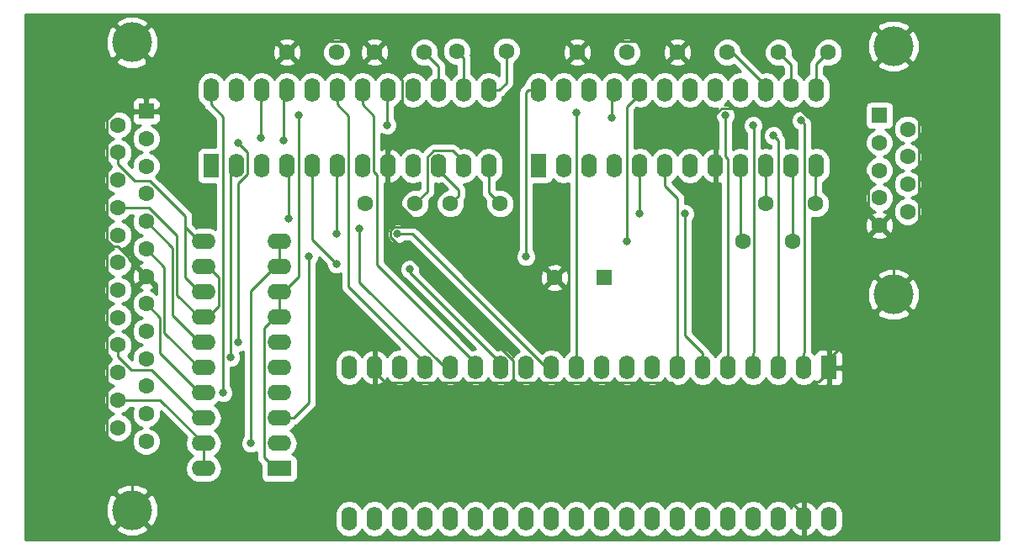
<source format=gbr>
G04 #@! TF.GenerationSoftware,KiCad,Pcbnew,5.0.2-bee76a0~70~ubuntu16.04.1*
G04 #@! TF.CreationDate,2022-01-23T08:06:22+01:00*
G04 #@! TF.ProjectId,SyncDongle,53796e63-446f-46e6-976c-652e6b696361,rev?*
G04 #@! TF.SameCoordinates,Original*
G04 #@! TF.FileFunction,Copper,L1,Top*
G04 #@! TF.FilePolarity,Positive*
%FSLAX46Y46*%
G04 Gerber Fmt 4.6, Leading zero omitted, Abs format (unit mm)*
G04 Created by KiCad (PCBNEW 5.0.2-bee76a0~70~ubuntu16.04.1) date sön 23 jan 2022 08:06:22*
%MOMM*%
%LPD*%
G01*
G04 APERTURE LIST*
G04 #@! TA.AperFunction,ComponentPad*
%ADD10R,1.600000X1.600000*%
G04 #@! TD*
G04 #@! TA.AperFunction,ComponentPad*
%ADD11C,1.600000*%
G04 #@! TD*
G04 #@! TA.AperFunction,ComponentPad*
%ADD12C,4.000000*%
G04 #@! TD*
G04 #@! TA.AperFunction,ComponentPad*
%ADD13R,2.400000X1.600000*%
G04 #@! TD*
G04 #@! TA.AperFunction,ComponentPad*
%ADD14O,2.400000X1.600000*%
G04 #@! TD*
G04 #@! TA.AperFunction,ComponentPad*
%ADD15R,1.600000X2.400000*%
G04 #@! TD*
G04 #@! TA.AperFunction,ComponentPad*
%ADD16O,1.600000X2.400000*%
G04 #@! TD*
G04 #@! TA.AperFunction,ViaPad*
%ADD17C,0.800000*%
G04 #@! TD*
G04 #@! TA.AperFunction,Conductor*
%ADD18C,0.250000*%
G04 #@! TD*
G04 #@! TA.AperFunction,Conductor*
%ADD19C,0.254000*%
G04 #@! TD*
G04 APERTURE END LIST*
D10*
G04 #@! TO.P,C1,1*
G04 #@! TO.N,+5V*
X152648920Y-58265060D03*
D11*
G04 #@! TO.P,C1,2*
G04 #@! TO.N,GND*
X147648920Y-58265060D03*
G04 #@! TD*
G04 #@! TO.P,C2,2*
G04 #@! TO.N,Net-(C2-Pad2)*
X173910000Y-50800000D03*
G04 #@! TO.P,C2,1*
G04 #@! TO.N,Net-(C2-Pad1)*
X168910000Y-50800000D03*
G04 #@! TD*
G04 #@! TO.P,C3,1*
G04 #@! TO.N,Net-(C3-Pad1)*
X170180000Y-35560000D03*
G04 #@! TO.P,C3,2*
G04 #@! TO.N,Net-(C3-Pad2)*
X175180000Y-35560000D03*
G04 #@! TD*
G04 #@! TO.P,C4,2*
G04 #@! TO.N,Net-(C4-Pad2)*
X142160000Y-50800000D03*
G04 #@! TO.P,C4,1*
G04 #@! TO.N,Net-(C4-Pad1)*
X137160000Y-50800000D03*
G04 #@! TD*
G04 #@! TO.P,C5,1*
G04 #@! TO.N,Net-(C5-Pad1)*
X137795000Y-35433000D03*
G04 #@! TO.P,C5,2*
G04 #@! TO.N,Net-(C5-Pad2)*
X142795000Y-35433000D03*
G04 #@! TD*
G04 #@! TO.P,C6,1*
G04 #@! TO.N,GND*
X160020000Y-35560000D03*
G04 #@! TO.P,C6,2*
G04 #@! TO.N,Net-(C6-Pad2)*
X165020000Y-35560000D03*
G04 #@! TD*
G04 #@! TO.P,C7,2*
G04 #@! TO.N,Net-(C7-Pad2)*
X171624000Y-54610000D03*
G04 #@! TO.P,C7,1*
G04 #@! TO.N,+5V*
X166624000Y-54610000D03*
G04 #@! TD*
G04 #@! TO.P,C8,2*
G04 #@! TO.N,GND*
X120730000Y-35560000D03*
G04 #@! TO.P,C8,1*
G04 #@! TO.N,+5V*
X125730000Y-35560000D03*
G04 #@! TD*
G04 #@! TO.P,C9,1*
G04 #@! TO.N,GND*
X129540000Y-35560000D03*
G04 #@! TO.P,C9,2*
G04 #@! TO.N,Net-(C9-Pad2)*
X134540000Y-35560000D03*
G04 #@! TD*
G04 #@! TO.P,C10,1*
G04 #@! TO.N,+5V*
X128633220Y-50800000D03*
G04 #@! TO.P,C10,2*
G04 #@! TO.N,Net-(C10-Pad2)*
X133633220Y-50800000D03*
G04 #@! TD*
G04 #@! TO.P,C11,2*
G04 #@! TO.N,GND*
X149940000Y-35560000D03*
G04 #@! TO.P,C11,1*
G04 #@! TO.N,+5V*
X154940000Y-35560000D03*
G04 #@! TD*
D10*
G04 #@! TO.P,J1,1*
G04 #@! TO.N,Net-(J1-Pad1)*
X180340000Y-41910000D03*
D11*
G04 #@! TO.P,J1,2*
G04 #@! TO.N,/EIA_D_TX*
X180340000Y-44680000D03*
G04 #@! TO.P,J1,3*
G04 #@! TO.N,/EIA_D_RX*
X180340000Y-47450000D03*
G04 #@! TO.P,J1,4*
G04 #@! TO.N,Net-(J1-Pad4)*
X180340000Y-50220000D03*
G04 #@! TO.P,J1,5*
G04 #@! TO.N,GND*
X180340000Y-52990000D03*
G04 #@! TO.P,J1,6*
G04 #@! TO.N,Net-(J1-Pad6)*
X183180000Y-43295000D03*
G04 #@! TO.P,J1,7*
G04 #@! TO.N,Net-(J1-Pad7)*
X183180000Y-46065000D03*
G04 #@! TO.P,J1,8*
G04 #@! TO.N,Net-(J1-Pad8)*
X183180000Y-48835000D03*
G04 #@! TO.P,J1,9*
G04 #@! TO.N,Net-(J1-Pad9)*
X183180000Y-51605000D03*
D12*
G04 #@! TO.P,J1,0*
G04 #@! TO.N,GND*
X181760000Y-59950000D03*
X181760000Y-34950000D03*
G04 #@! TD*
D10*
G04 #@! TO.P,J2,1*
G04 #@! TO.N,GND*
X106560620Y-41498520D03*
D11*
G04 #@! TO.P,J2,2*
G04 #@! TO.N,/EIA_RD*
X106560620Y-44268520D03*
G04 #@! TO.P,J2,3*
G04 #@! TO.N,/EIA_TD*
X106560620Y-47038520D03*
G04 #@! TO.P,J2,4*
G04 #@! TO.N,/EIA_RTS*
X106560620Y-49808520D03*
G04 #@! TO.P,J2,5*
G04 #@! TO.N,Net-(J2-Pad5)*
X106560620Y-52578520D03*
G04 #@! TO.P,J2,6*
G04 #@! TO.N,Net-(J2-Pad6)*
X106560620Y-55348520D03*
G04 #@! TO.P,J2,7*
G04 #@! TO.N,GND*
X106560620Y-58118520D03*
G04 #@! TO.P,J2,8*
G04 #@! TO.N,Net-(J2-Pad8)*
X106560620Y-60888520D03*
G04 #@! TO.P,J2,9*
G04 #@! TO.N,Net-(J2-Pad9)*
X106560620Y-63658520D03*
G04 #@! TO.P,J2,10*
G04 #@! TO.N,Net-(J2-Pad10)*
X106560620Y-66428520D03*
G04 #@! TO.P,J2,11*
G04 #@! TO.N,Net-(J2-Pad11)*
X106560620Y-69198520D03*
G04 #@! TO.P,J2,12*
G04 #@! TO.N,Net-(J2-Pad12)*
X106560620Y-71968520D03*
G04 #@! TO.P,J2,13*
G04 #@! TO.N,Net-(J2-Pad13)*
X106560620Y-74738520D03*
G04 #@! TO.P,J2,14*
G04 #@! TO.N,Net-(J2-Pad14)*
X103720620Y-42883520D03*
G04 #@! TO.P,J2,15*
G04 #@! TO.N,Net-(J2-Pad15)*
X103720620Y-45653520D03*
G04 #@! TO.P,J2,16*
G04 #@! TO.N,Net-(J2-Pad16)*
X103720620Y-48423520D03*
G04 #@! TO.P,J2,17*
G04 #@! TO.N,Net-(J2-Pad17)*
X103720620Y-51193520D03*
G04 #@! TO.P,J2,18*
G04 #@! TO.N,Net-(J2-Pad18)*
X103720620Y-53963520D03*
G04 #@! TO.P,J2,19*
G04 #@! TO.N,Net-(J2-Pad19)*
X103720620Y-56733520D03*
G04 #@! TO.P,J2,20*
G04 #@! TO.N,/EIA_DTR*
X103720620Y-59503520D03*
G04 #@! TO.P,J2,21*
G04 #@! TO.N,Net-(J2-Pad21)*
X103720620Y-62273520D03*
G04 #@! TO.P,J2,22*
G04 #@! TO.N,Net-(J2-Pad22)*
X103720620Y-65043520D03*
G04 #@! TO.P,J2,23*
G04 #@! TO.N,Net-(J2-Pad23)*
X103720620Y-67813520D03*
G04 #@! TO.P,J2,24*
G04 #@! TO.N,Net-(J2-Pad24)*
X103720620Y-70583520D03*
G04 #@! TO.P,J2,25*
G04 #@! TO.N,Net-(J2-Pad25)*
X103720620Y-73353520D03*
D12*
G04 #@! TO.P,J2,0*
G04 #@! TO.N,GND*
X105140620Y-34568520D03*
X105140620Y-81668520D03*
G04 #@! TD*
D13*
G04 #@! TO.P,SW1,1*
G04 #@! TO.N,/EIA_CLKIN*
X119946420Y-77470000D03*
D14*
G04 #@! TO.P,SW1,11*
G04 #@! TO.N,Net-(J2-Pad15)*
X112326420Y-54610000D03*
G04 #@! TO.P,SW1,2*
G04 #@! TO.N,/EIA_CLKOUT*
X119946420Y-74930000D03*
G04 #@! TO.P,SW1,12*
G04 #@! TO.N,Net-(J2-Pad17)*
X112326420Y-57150000D03*
G04 #@! TO.P,SW1,3*
G04 #@! TO.N,/EIA_RI*
X119946420Y-72390000D03*
G04 #@! TO.P,SW1,13*
G04 #@! TO.N,Net-(J2-Pad15)*
X112326420Y-59690000D03*
G04 #@! TO.P,SW1,4*
G04 #@! TO.N,/EIA_DCD*
X119946420Y-69850000D03*
G04 #@! TO.P,SW1,14*
G04 #@! TO.N,Net-(J2-Pad17)*
X112326420Y-62230000D03*
G04 #@! TO.P,SW1,5*
G04 #@! TO.N,/EIA_DSR*
X119946420Y-67310000D03*
G04 #@! TO.P,SW1,15*
G04 #@! TO.N,Net-(J2-Pad5)*
X112326420Y-64770000D03*
G04 #@! TO.P,SW1,6*
G04 #@! TO.N,/EIA_CTS*
X119946420Y-64770000D03*
G04 #@! TO.P,SW1,16*
G04 #@! TO.N,Net-(J2-Pad6)*
X112326420Y-67310000D03*
G04 #@! TO.P,SW1,7*
G04 #@! TO.N,/EIA_CLKIN*
X119946420Y-62230000D03*
G04 #@! TO.P,SW1,17*
G04 #@! TO.N,Net-(J2-Pad8)*
X112326420Y-69850000D03*
G04 #@! TO.P,SW1,8*
G04 #@! TO.N,/EIA_CLKIN*
X119946420Y-59690000D03*
G04 #@! TO.P,SW1,18*
G04 #@! TO.N,Net-(J2-Pad22)*
X112326420Y-72390000D03*
G04 #@! TO.P,SW1,9*
G04 #@! TO.N,/EIA_CLKOUT*
X119946420Y-57150000D03*
G04 #@! TO.P,SW1,19*
G04 #@! TO.N,Net-(J2-Pad24)*
X112326420Y-74930000D03*
G04 #@! TO.P,SW1,10*
G04 #@! TO.N,/EIA_CLKOUT*
X119946420Y-54610000D03*
G04 #@! TO.P,SW1,20*
G04 #@! TO.N,Net-(J2-Pad24)*
X112326420Y-77470000D03*
G04 #@! TD*
D15*
G04 #@! TO.P,U1,1*
G04 #@! TO.N,GND*
X175260000Y-67310000D03*
D16*
G04 #@! TO.P,U1,21*
G04 #@! TO.N,Net-(U1-Pad21)*
X127000000Y-82550000D03*
G04 #@! TO.P,U1,2*
G04 #@! TO.N,/CMOS_CKIN*
X172720000Y-67310000D03*
G04 #@! TO.P,U1,22*
G04 #@! TO.N,Net-(U1-Pad22)*
X129540000Y-82550000D03*
G04 #@! TO.P,U1,3*
G04 #@! TO.N,/CMOS_TD*
X170180000Y-67310000D03*
G04 #@! TO.P,U1,23*
G04 #@! TO.N,Net-(U1-Pad23)*
X132080000Y-82550000D03*
G04 #@! TO.P,U1,4*
G04 #@! TO.N,/CMOS_RD*
X167640000Y-67310000D03*
G04 #@! TO.P,U1,24*
G04 #@! TO.N,Net-(U1-Pad24)*
X134620000Y-82550000D03*
G04 #@! TO.P,U1,5*
G04 #@! TO.N,/CMOS_CKOUT*
X165100000Y-67310000D03*
G04 #@! TO.P,U1,25*
G04 #@! TO.N,Net-(U1-Pad25)*
X137160000Y-82550000D03*
G04 #@! TO.P,U1,6*
G04 #@! TO.N,/CMOS_D_TX*
X162560000Y-67310000D03*
G04 #@! TO.P,U1,26*
G04 #@! TO.N,Net-(U1-Pad26)*
X139700000Y-82550000D03*
G04 #@! TO.P,U1,7*
G04 #@! TO.N,/CMOS_D_RX*
X160020000Y-67310000D03*
G04 #@! TO.P,U1,27*
G04 #@! TO.N,Net-(U1-Pad27)*
X142240000Y-82550000D03*
G04 #@! TO.P,U1,8*
G04 #@! TO.N,Net-(U1-Pad8)*
X157480000Y-67310000D03*
G04 #@! TO.P,U1,28*
G04 #@! TO.N,Net-(U1-Pad28)*
X144780000Y-82550000D03*
G04 #@! TO.P,U1,9*
G04 #@! TO.N,Net-(U1-Pad9)*
X154940000Y-67310000D03*
G04 #@! TO.P,U1,29*
G04 #@! TO.N,Net-(U1-Pad29)*
X147320000Y-82550000D03*
G04 #@! TO.P,U1,10*
G04 #@! TO.N,Net-(U1-Pad10)*
X152400000Y-67310000D03*
G04 #@! TO.P,U1,30*
G04 #@! TO.N,Net-(U1-Pad30)*
X149860000Y-82550000D03*
G04 #@! TO.P,U1,11*
G04 #@! TO.N,/CMOS_RI*
X149860000Y-67310000D03*
G04 #@! TO.P,U1,31*
G04 #@! TO.N,Net-(U1-Pad31)*
X152400000Y-82550000D03*
G04 #@! TO.P,U1,12*
G04 #@! TO.N,/CMOS_DTR*
X147320000Y-67310000D03*
G04 #@! TO.P,U1,32*
G04 #@! TO.N,Net-(U1-Pad32)*
X154940000Y-82550000D03*
G04 #@! TO.P,U1,13*
G04 #@! TO.N,Net-(U1-Pad13)*
X144780000Y-67310000D03*
G04 #@! TO.P,U1,33*
G04 #@! TO.N,Net-(U1-Pad33)*
X157480000Y-82550000D03*
G04 #@! TO.P,U1,14*
G04 #@! TO.N,/CMOS_DSR*
X142240000Y-67310000D03*
G04 #@! TO.P,U1,34*
G04 #@! TO.N,Net-(U1-Pad34)*
X160020000Y-82550000D03*
G04 #@! TO.P,U1,15*
G04 #@! TO.N,/CMOS_CTS*
X139700000Y-67310000D03*
G04 #@! TO.P,U1,35*
G04 #@! TO.N,Net-(U1-Pad35)*
X162560000Y-82550000D03*
G04 #@! TO.P,U1,16*
G04 #@! TO.N,/CMOS_RTS*
X137160000Y-67310000D03*
G04 #@! TO.P,U1,36*
G04 #@! TO.N,Net-(U1-Pad36)*
X165100000Y-82550000D03*
G04 #@! TO.P,U1,17*
G04 #@! TO.N,/CMOS_DCD*
X134620000Y-67310000D03*
G04 #@! TO.P,U1,37*
G04 #@! TO.N,Net-(U1-Pad37)*
X167640000Y-82550000D03*
G04 #@! TO.P,U1,18*
G04 #@! TO.N,+5V*
X132080000Y-67310000D03*
G04 #@! TO.P,U1,38*
G04 #@! TO.N,Net-(U1-Pad38)*
X170180000Y-82550000D03*
G04 #@! TO.P,U1,19*
G04 #@! TO.N,GND*
X129540000Y-67310000D03*
G04 #@! TO.P,U1,39*
X172720000Y-82550000D03*
G04 #@! TO.P,U1,20*
G04 #@! TO.N,Net-(U1-Pad20)*
X127000000Y-67310000D03*
G04 #@! TO.P,U1,40*
G04 #@! TO.N,Net-(U1-Pad40)*
X175260000Y-82550000D03*
G04 #@! TD*
D15*
G04 #@! TO.P,U2,1*
G04 #@! TO.N,Net-(U2-Pad1)*
X146050000Y-46990000D03*
D16*
G04 #@! TO.P,U2,13*
G04 #@! TO.N,Net-(C3-Pad2)*
X173990000Y-39370000D03*
G04 #@! TO.P,U2,2*
G04 #@! TO.N,/EIA_D_TX*
X148590000Y-46990000D03*
G04 #@! TO.P,U2,14*
G04 #@! TO.N,Net-(C3-Pad1)*
X171450000Y-39370000D03*
G04 #@! TO.P,U2,3*
G04 #@! TO.N,Net-(U2-Pad3)*
X151130000Y-46990000D03*
G04 #@! TO.P,U2,15*
G04 #@! TO.N,Net-(C6-Pad2)*
X168910000Y-39370000D03*
G04 #@! TO.P,U2,4*
G04 #@! TO.N,Net-(U2-Pad4)*
X153670000Y-46990000D03*
G04 #@! TO.P,U2,16*
G04 #@! TO.N,Net-(U2-Pad16)*
X166370000Y-39370000D03*
G04 #@! TO.P,U2,5*
G04 #@! TO.N,/CMOS_D_TX*
X156210000Y-46990000D03*
G04 #@! TO.P,U2,17*
G04 #@! TO.N,Net-(U2-Pad17)*
X163830000Y-39370000D03*
G04 #@! TO.P,U2,6*
G04 #@! TO.N,/CMOS_D_RX*
X158750000Y-46990000D03*
G04 #@! TO.P,U2,18*
G04 #@! TO.N,Net-(U2-Pad18)*
X161290000Y-39370000D03*
G04 #@! TO.P,U2,7*
G04 #@! TO.N,/EIA_D_RX*
X161290000Y-46990000D03*
G04 #@! TO.P,U2,19*
G04 #@! TO.N,/CMOS_RI*
X158750000Y-39370000D03*
G04 #@! TO.P,U2,8*
G04 #@! TO.N,GND*
X163830000Y-46990000D03*
G04 #@! TO.P,U2,20*
G04 #@! TO.N,/EIA_CLKOUT*
X156210000Y-39370000D03*
G04 #@! TO.P,U2,9*
G04 #@! TO.N,+5V*
X166370000Y-46990000D03*
G04 #@! TO.P,U2,21*
G04 #@! TO.N,/CMOS_CKOUT*
X153670000Y-39370000D03*
G04 #@! TO.P,U2,10*
G04 #@! TO.N,Net-(C2-Pad1)*
X168910000Y-46990000D03*
G04 #@! TO.P,U2,22*
G04 #@! TO.N,Net-(U2-Pad22)*
X151130000Y-39370000D03*
G04 #@! TO.P,U2,11*
G04 #@! TO.N,Net-(C7-Pad2)*
X171450000Y-46990000D03*
G04 #@! TO.P,U2,23*
G04 #@! TO.N,Net-(U2-Pad23)*
X148590000Y-39370000D03*
G04 #@! TO.P,U2,12*
G04 #@! TO.N,Net-(C2-Pad2)*
X173990000Y-46990000D03*
G04 #@! TO.P,U2,24*
G04 #@! TO.N,/EIA_RI*
X146050000Y-39370000D03*
G04 #@! TD*
G04 #@! TO.P,U3,24*
G04 #@! TO.N,/EIA_DCD*
X113090960Y-39370000D03*
G04 #@! TO.P,U3,12*
G04 #@! TO.N,Net-(C4-Pad2)*
X141030960Y-46990000D03*
G04 #@! TO.P,U3,23*
G04 #@! TO.N,/EIA_RD*
X115630960Y-39370000D03*
G04 #@! TO.P,U3,11*
G04 #@! TO.N,Net-(C10-Pad2)*
X138490960Y-46990000D03*
G04 #@! TO.P,U3,22*
G04 #@! TO.N,/CMOS_RD*
X118170960Y-39370000D03*
G04 #@! TO.P,U3,10*
G04 #@! TO.N,Net-(C4-Pad1)*
X135950960Y-46990000D03*
G04 #@! TO.P,U3,21*
G04 #@! TO.N,/CMOS_TD*
X120710960Y-39370000D03*
G04 #@! TO.P,U3,9*
G04 #@! TO.N,+5V*
X133410960Y-46990000D03*
G04 #@! TO.P,U3,20*
G04 #@! TO.N,/EIA_TD*
X123250960Y-39370000D03*
G04 #@! TO.P,U3,8*
G04 #@! TO.N,GND*
X130870960Y-46990000D03*
G04 #@! TO.P,U3,19*
G04 #@! TO.N,/CMOS_DCD*
X125790960Y-39370000D03*
G04 #@! TO.P,U3,7*
G04 #@! TO.N,/EIA_DTR*
X128330960Y-46990000D03*
G04 #@! TO.P,U3,18*
G04 #@! TO.N,/CMOS_CTS*
X128330960Y-39370000D03*
G04 #@! TO.P,U3,6*
G04 #@! TO.N,/CMOS_DTR*
X125790960Y-46990000D03*
G04 #@! TO.P,U3,17*
G04 #@! TO.N,/CMOS_CKIN*
X130870960Y-39370000D03*
G04 #@! TO.P,U3,5*
G04 #@! TO.N,/CMOS_DSR*
X123250960Y-46990000D03*
G04 #@! TO.P,U3,16*
G04 #@! TO.N,/EIA_CLKIN*
X133410960Y-39370000D03*
G04 #@! TO.P,U3,4*
G04 #@! TO.N,/CMOS_RTS*
X120710960Y-46990000D03*
G04 #@! TO.P,U3,15*
G04 #@! TO.N,Net-(C9-Pad2)*
X135950960Y-39370000D03*
G04 #@! TO.P,U3,3*
G04 #@! TO.N,/EIA_RTS*
X118170960Y-46990000D03*
G04 #@! TO.P,U3,14*
G04 #@! TO.N,Net-(C5-Pad1)*
X138490960Y-39370000D03*
G04 #@! TO.P,U3,2*
G04 #@! TO.N,/EIA_DSR*
X115630960Y-46990000D03*
G04 #@! TO.P,U3,13*
G04 #@! TO.N,Net-(C5-Pad2)*
X141030960Y-39370000D03*
D15*
G04 #@! TO.P,U3,1*
G04 #@! TO.N,/EIA_CTS*
X113090960Y-46990000D03*
G04 #@! TD*
D17*
G04 #@! TO.N,/EIA_CLKIN*
X121920000Y-41910000D03*
G04 #@! TO.N,/EIA_CLKOUT*
X154940000Y-54610000D03*
X117094000Y-74930000D03*
G04 #@! TO.N,/EIA_RI*
X122936000Y-56134000D03*
X144780000Y-56134000D03*
G04 #@! TO.N,/EIA_DCD*
X114300000Y-69850000D03*
G04 #@! TO.N,/EIA_DSR*
X115062000Y-66294000D03*
G04 #@! TO.N,/EIA_CTS*
X115824000Y-64770000D03*
X115824000Y-44704000D03*
G04 #@! TO.N,/CMOS_CKIN*
X172466000Y-42418000D03*
X130810000Y-42905010D03*
G04 #@! TO.N,/CMOS_TD*
X169672000Y-43942000D03*
X120396000Y-44450000D03*
G04 #@! TO.N,/CMOS_RD*
X167640000Y-42926000D03*
X118110000Y-44196000D03*
G04 #@! TO.N,/CMOS_CKOUT*
X164846000Y-41910000D03*
X153416000Y-42164000D03*
G04 #@! TO.N,/CMOS_D_TX*
X160782000Y-51816000D03*
X156210000Y-51816000D03*
G04 #@! TO.N,/CMOS_RI*
X149860000Y-41656000D03*
G04 #@! TO.N,/CMOS_DTR*
X131826000Y-53848000D03*
X125730000Y-53848000D03*
G04 #@! TO.N,/CMOS_DSR*
X133096000Y-57404000D03*
X125730000Y-56896000D03*
G04 #@! TO.N,/CMOS_RTS*
X128016000Y-53340000D03*
X120904000Y-52324000D03*
G04 #@! TD*
D18*
G04 #@! TO.N,+5V*
X166370000Y-54356000D02*
X166624000Y-54610000D01*
X166370000Y-46990000D02*
X166370000Y-54356000D01*
G04 #@! TO.N,GND*
X121855001Y-34434999D02*
X121529999Y-34760001D01*
X128414999Y-34434999D02*
X121855001Y-34434999D01*
X121529999Y-34760001D02*
X120730000Y-35560000D01*
X129540000Y-35560000D02*
X128414999Y-34434999D01*
X114349139Y-34760001D02*
X107610620Y-41498520D01*
X119930001Y-34760001D02*
X114349139Y-34760001D01*
X107610620Y-41498520D02*
X106560620Y-41498520D01*
X120730000Y-35560000D02*
X119930001Y-34760001D01*
X106560620Y-35988520D02*
X105140620Y-34568520D01*
X106560620Y-41498520D02*
X106560620Y-35988520D01*
X105510620Y-41498520D02*
X106560620Y-41498520D01*
X103440618Y-41498520D02*
X105510620Y-41498520D01*
X102595619Y-42343519D02*
X103440618Y-41498520D01*
X102595619Y-54503521D02*
X102595619Y-42343519D01*
X103180619Y-55088521D02*
X102595619Y-54503521D01*
X104845621Y-56193519D02*
X103740623Y-55088521D01*
X104845621Y-56403521D02*
X104845621Y-56193519D01*
X103740623Y-55088521D02*
X103180619Y-55088521D01*
X106560620Y-58118520D02*
X104845621Y-56403521D01*
X102595619Y-76295092D02*
X102595619Y-56193519D01*
X105140620Y-78840093D02*
X102595619Y-76295092D01*
X105140620Y-81668520D02*
X105140620Y-78840093D01*
X179760001Y-61949999D02*
X181760000Y-59950000D01*
X175260000Y-66450000D02*
X179760001Y-61949999D01*
X175260000Y-67310000D02*
X175260000Y-66450000D01*
X175260000Y-67710000D02*
X175260000Y-67310000D01*
X174210000Y-68760000D02*
X175260000Y-67710000D01*
X173810000Y-68760000D02*
X174210000Y-68760000D01*
X172720000Y-69850000D02*
X173810000Y-68760000D01*
X172720000Y-82550000D02*
X172720000Y-69850000D01*
X129540000Y-67710000D02*
X129540000Y-67310000D01*
X130665010Y-68835010D02*
X129540000Y-67710000D01*
X172720000Y-82150000D02*
X159405010Y-68835010D01*
X172720000Y-82550000D02*
X172720000Y-82150000D01*
X146848921Y-59065059D02*
X143626941Y-59065059D01*
X143626941Y-59065059D02*
X137684881Y-53122999D01*
X147648920Y-58265060D02*
X146848921Y-59065059D01*
X159405010Y-68835010D02*
X143510000Y-68835010D01*
X181760000Y-54410000D02*
X180340000Y-52990000D01*
X181760000Y-59950000D02*
X181760000Y-54410000D01*
X184305001Y-37495001D02*
X184305001Y-57404999D01*
X183759999Y-57950001D02*
X181760000Y-59950000D01*
X184305001Y-57404999D02*
X183759999Y-57950001D01*
X181760000Y-34950000D02*
X184305001Y-37495001D01*
X179540001Y-52190001D02*
X180340000Y-52990000D01*
X179214999Y-51864999D02*
X179540001Y-52190001D01*
X179214999Y-48093997D02*
X179214999Y-51864999D01*
X164497999Y-41184999D02*
X172306001Y-41184999D01*
X172306001Y-41184999D02*
X179214999Y-48093997D01*
X163830000Y-41852998D02*
X164497999Y-41184999D01*
X163830000Y-46990000D02*
X163830000Y-41852998D01*
X162629999Y-32950001D02*
X179760001Y-32950001D01*
X179760001Y-32950001D02*
X181760000Y-34950000D01*
X160020000Y-35560000D02*
X162629999Y-32950001D01*
X159220001Y-34760001D02*
X160020000Y-35560000D01*
X158894999Y-34434999D02*
X159220001Y-34760001D01*
X151065001Y-34434999D02*
X158894999Y-34434999D01*
X149940000Y-35560000D02*
X151065001Y-34434999D01*
X130870960Y-45540000D02*
X130870960Y-46990000D01*
X132285950Y-44125010D02*
X130870960Y-45540000D01*
X132285950Y-38305950D02*
X132285950Y-44125010D01*
X129540000Y-35560000D02*
X132285950Y-38305950D01*
X134291217Y-53122999D02*
X134874000Y-53122999D01*
X130870960Y-49702742D02*
X134291217Y-53122999D01*
X130870960Y-46990000D02*
X130870960Y-49702742D01*
X137684881Y-53122999D02*
X134874000Y-53122999D01*
X102595619Y-56193519D02*
X102595619Y-54503521D01*
X143510000Y-66588996D02*
X143510000Y-68835010D01*
X131100999Y-53499999D02*
X131100999Y-54179995D01*
X131477999Y-53122999D02*
X131100999Y-53499999D01*
X134874000Y-53122999D02*
X131477999Y-53122999D01*
X143510000Y-68835010D02*
X130665010Y-68835010D01*
X131100999Y-54179995D02*
X143510000Y-66588996D01*
G04 #@! TO.N,Net-(C2-Pad2)*
X173910000Y-47070000D02*
X173990000Y-46990000D01*
X173910000Y-50800000D02*
X173910000Y-47070000D01*
G04 #@! TO.N,Net-(C2-Pad1)*
X168910000Y-50800000D02*
X168910000Y-46990000D01*
G04 #@! TO.N,Net-(C3-Pad1)*
X171450000Y-36830000D02*
X171450000Y-39370000D01*
X170180000Y-35560000D02*
X171450000Y-36830000D01*
G04 #@! TO.N,Net-(C3-Pad2)*
X173990000Y-36750000D02*
X173990000Y-39370000D01*
X175180000Y-35560000D02*
X173990000Y-36750000D01*
G04 #@! TO.N,Net-(C4-Pad2)*
X141030960Y-49670960D02*
X141030960Y-46990000D01*
X142160000Y-50800000D02*
X141030960Y-49670960D01*
G04 #@! TO.N,Net-(C4-Pad1)*
X137959999Y-49399039D02*
X135950960Y-47390000D01*
X137959999Y-50000001D02*
X137959999Y-49399039D01*
X135950960Y-47390000D02*
X135950960Y-46990000D01*
X137160000Y-50800000D02*
X137959999Y-50000001D01*
G04 #@! TO.N,Net-(C5-Pad1)*
X138490960Y-36128960D02*
X137795000Y-35433000D01*
X138490960Y-39370000D02*
X138490960Y-36128960D01*
G04 #@! TO.N,Net-(C5-Pad2)*
X142080960Y-39370000D02*
X141030960Y-39370000D01*
X142795000Y-38655960D02*
X142080960Y-39370000D01*
X142795000Y-35433000D02*
X142795000Y-38655960D01*
G04 #@! TO.N,Net-(C6-Pad2)*
X168910000Y-38970000D02*
X165500000Y-35560000D01*
X165500000Y-35560000D02*
X165020000Y-35560000D01*
X168910000Y-39370000D02*
X168910000Y-38970000D01*
G04 #@! TO.N,Net-(C7-Pad2)*
X171624000Y-47164000D02*
X171450000Y-46990000D01*
X171624000Y-54610000D02*
X171624000Y-47164000D01*
G04 #@! TO.N,Net-(C9-Pad2)*
X135950960Y-36970960D02*
X134540000Y-35560000D01*
X135950960Y-39370000D02*
X135950960Y-36970960D01*
G04 #@! TO.N,Net-(C10-Pad2)*
X138490960Y-46590000D02*
X138490960Y-46990000D01*
X137365950Y-45464990D02*
X138490960Y-46590000D01*
X135484966Y-45464990D02*
X137365950Y-45464990D01*
X134825950Y-46124006D02*
X135484966Y-45464990D01*
X134825950Y-49607270D02*
X134825950Y-46124006D01*
X133633220Y-50800000D02*
X134825950Y-49607270D01*
G04 #@! TO.N,Net-(J2-Pad5)*
X106560620Y-52578520D02*
X109220000Y-55237900D01*
X111926420Y-64770000D02*
X112326420Y-64770000D01*
X109220000Y-62063580D02*
X111926420Y-64770000D01*
X109220000Y-55237900D02*
X109220000Y-62063580D01*
G04 #@! TO.N,Net-(J2-Pad6)*
X111926420Y-67310000D02*
X112326420Y-67310000D01*
X108400010Y-57187910D02*
X108400010Y-63783590D01*
X108400010Y-63783590D02*
X111926420Y-67310000D01*
X106560620Y-55348520D02*
X108400010Y-57187910D01*
G04 #@! TO.N,Net-(J2-Pad8)*
X111926420Y-69850000D02*
X112326420Y-69850000D01*
X107950000Y-65873580D02*
X111926420Y-69850000D01*
X107950000Y-62277900D02*
X107950000Y-65873580D01*
X106560620Y-60888520D02*
X107950000Y-62277900D01*
G04 #@! TO.N,Net-(J2-Pad15)*
X106916991Y-48499889D02*
X110490000Y-52072898D01*
X105435619Y-48499889D02*
X106916991Y-48499889D01*
X103720620Y-46784890D02*
X105435619Y-48499889D01*
X103720620Y-45653520D02*
X103720620Y-46784890D01*
X111926420Y-59690000D02*
X112326420Y-59690000D01*
X110490000Y-58253580D02*
X111926420Y-59690000D01*
X110490000Y-52072898D02*
X110490000Y-58253580D01*
X110490000Y-53173580D02*
X110490000Y-52072898D01*
X111926420Y-54610000D02*
X110490000Y-53173580D01*
X112326420Y-54610000D02*
X111926420Y-54610000D01*
G04 #@! TO.N,Net-(J2-Pad17)*
X111926420Y-62230000D02*
X112326420Y-62230000D01*
X103720620Y-51193520D02*
X106840622Y-51193520D01*
X109670010Y-54022908D02*
X109670010Y-59973590D01*
X106840622Y-51193520D02*
X109670010Y-54022908D01*
X109670010Y-59973590D02*
X111926420Y-62230000D01*
X112726420Y-57150000D02*
X112326420Y-57150000D01*
X113851430Y-58275010D02*
X112726420Y-57150000D01*
X113851430Y-61104990D02*
X113851430Y-58275010D01*
X112726420Y-62230000D02*
X113851430Y-61104990D01*
X112326420Y-62230000D02*
X112726420Y-62230000D01*
G04 #@! TO.N,Net-(J2-Pad22)*
X107089941Y-67553521D02*
X111926420Y-72390000D01*
X105099251Y-67553521D02*
X107089941Y-67553521D01*
X103720620Y-66174890D02*
X105099251Y-67553521D01*
X111926420Y-72390000D02*
X112326420Y-72390000D01*
X103720620Y-65043520D02*
X103720620Y-66174890D01*
G04 #@! TO.N,Net-(J2-Pad24)*
X107979940Y-70583520D02*
X112326420Y-74930000D01*
X103720620Y-70583520D02*
X107979940Y-70583520D01*
X112326420Y-75980000D02*
X112326420Y-77470000D01*
X112326420Y-74930000D02*
X112326420Y-75980000D01*
G04 #@! TO.N,/EIA_CLKIN*
X119546420Y-62230000D02*
X119946420Y-62230000D01*
X118421410Y-63355010D02*
X119546420Y-62230000D01*
X119546420Y-77470000D02*
X118421410Y-76344990D01*
X118421410Y-76344990D02*
X118421410Y-63355010D01*
X119946420Y-77470000D02*
X119546420Y-77470000D01*
X119946420Y-62230000D02*
X119946420Y-59690000D01*
X120346420Y-59690000D02*
X121920000Y-58116420D01*
X119946420Y-59690000D02*
X120346420Y-59690000D01*
X121920000Y-58116420D02*
X121920000Y-41910000D01*
G04 #@! TO.N,/EIA_CLKOUT*
X156210000Y-39770000D02*
X156210000Y-39370000D01*
X154940000Y-41040000D02*
X156210000Y-39770000D01*
X154940000Y-54610000D02*
X154940000Y-41040000D01*
X119546420Y-57150000D02*
X119946420Y-57150000D01*
X117094000Y-59602420D02*
X119546420Y-57150000D01*
X117094000Y-74930000D02*
X117094000Y-59602420D01*
X119946420Y-57150000D02*
X119946420Y-54610000D01*
G04 #@! TO.N,/EIA_RI*
X121396420Y-72390000D02*
X122936000Y-70850420D01*
X119946420Y-72390000D02*
X121396420Y-72390000D01*
X122936000Y-70850420D02*
X122936000Y-56134000D01*
X145000000Y-39370000D02*
X146050000Y-39370000D01*
X144780000Y-39590000D02*
X145000000Y-39370000D01*
X144780000Y-56134000D02*
X144780000Y-39590000D01*
G04 #@! TO.N,/EIA_DCD*
X113090960Y-40820000D02*
X113090960Y-39370000D01*
X114301440Y-69282875D02*
X114301440Y-42030480D01*
X114301440Y-42030480D02*
X113090960Y-40820000D01*
X114300000Y-69284315D02*
X114301440Y-69282875D01*
X114300000Y-69850000D02*
X114300000Y-69284315D01*
G04 #@! TO.N,/EIA_DSR*
X115062000Y-47558960D02*
X115630960Y-46990000D01*
X115062000Y-66294000D02*
X115062000Y-47558960D01*
G04 #@! TO.N,/EIA_CTS*
X115824000Y-48787964D02*
X116755970Y-47855994D01*
X116755970Y-47855994D02*
X116755970Y-45635970D01*
X115824000Y-64770000D02*
X115824000Y-48787964D01*
X116755970Y-45635970D02*
X115824000Y-44704000D01*
G04 #@! TO.N,/CMOS_CKIN*
X172784999Y-65795001D02*
X172784999Y-42736999D01*
X172720000Y-65860000D02*
X172784999Y-65795001D01*
X172720000Y-67310000D02*
X172720000Y-65860000D01*
X172784999Y-42736999D02*
X172466000Y-42418000D01*
X130810000Y-39430960D02*
X130870960Y-39370000D01*
X130810000Y-42905010D02*
X130810000Y-39430960D01*
G04 #@! TO.N,/CMOS_TD*
X170180000Y-67310000D02*
X170180000Y-44450000D01*
X170180000Y-44450000D02*
X169672000Y-43942000D01*
X120396000Y-39684960D02*
X120710960Y-39370000D01*
X120396000Y-44450000D02*
X120396000Y-39684960D01*
G04 #@! TO.N,/CMOS_RD*
X167749001Y-65750999D02*
X167749001Y-43035001D01*
X167640000Y-65860000D02*
X167749001Y-65750999D01*
X167640000Y-67310000D02*
X167640000Y-65860000D01*
X167749001Y-43035001D02*
X167640000Y-42926000D01*
X118110000Y-39430960D02*
X118170960Y-39370000D01*
X118110000Y-44196000D02*
X118110000Y-39430960D01*
G04 #@! TO.N,/CMOS_CKOUT*
X165100000Y-46268996D02*
X164846000Y-46014996D01*
X165100000Y-67310000D02*
X165100000Y-46268996D01*
X164846000Y-46014996D02*
X164846000Y-41910000D01*
X153416000Y-39624000D02*
X153670000Y-39370000D01*
X153416000Y-42164000D02*
X153416000Y-39624000D01*
G04 #@! TO.N,/CMOS_D_TX*
X162560000Y-65860000D02*
X160782000Y-64082000D01*
X162560000Y-67310000D02*
X162560000Y-65860000D01*
X160782000Y-64082000D02*
X160782000Y-51816000D01*
X156210000Y-51816000D02*
X156210000Y-46990000D01*
G04 #@! TO.N,/CMOS_D_RX*
X160020000Y-67310000D02*
X160020000Y-50292000D01*
X158750000Y-49022000D02*
X158750000Y-46990000D01*
X160020000Y-50292000D02*
X158750000Y-49022000D01*
G04 #@! TO.N,/CMOS_RI*
X149860000Y-67310000D02*
X149860000Y-46268996D01*
X149860000Y-46268996D02*
X149860000Y-41656000D01*
G04 #@! TO.N,/CMOS_DTR*
X146771004Y-67310000D02*
X133309004Y-53848000D01*
X147320000Y-67310000D02*
X146771004Y-67310000D01*
X133309004Y-53848000D02*
X131826000Y-53848000D01*
X125730000Y-47050960D02*
X125790960Y-46990000D01*
X125730000Y-53848000D02*
X125730000Y-47050960D01*
G04 #@! TO.N,/CMOS_DSR*
X142240000Y-66910000D02*
X133096000Y-57766000D01*
X142240000Y-67310000D02*
X142240000Y-66910000D01*
X133096000Y-57766000D02*
X133096000Y-57404000D01*
X123250960Y-54416960D02*
X123250960Y-46990000D01*
X125730000Y-56896000D02*
X123250960Y-54416960D01*
G04 #@! TO.N,/CMOS_CTS*
X128330960Y-40820000D02*
X128330960Y-39370000D01*
X129455970Y-47566014D02*
X129455970Y-41945010D01*
X129758221Y-56968221D02*
X129758221Y-47868265D01*
X139700000Y-66910000D02*
X129758221Y-56968221D01*
X129455970Y-41945010D02*
X128330960Y-40820000D01*
X129758221Y-47868265D02*
X129455970Y-47566014D01*
X139700000Y-67310000D02*
X139700000Y-66910000D01*
G04 #@! TO.N,/CMOS_RTS*
X136611004Y-67310000D02*
X128016000Y-58714996D01*
X137160000Y-67310000D02*
X136611004Y-67310000D01*
X128016000Y-58714996D02*
X128016000Y-53340000D01*
X120904000Y-47183040D02*
X120710960Y-46990000D01*
X120904000Y-52324000D02*
X120904000Y-47183040D01*
G04 #@! TO.N,/CMOS_DCD*
X125790960Y-40820000D02*
X125790960Y-39370000D01*
X126915970Y-59205970D02*
X126915970Y-41945010D01*
X134620000Y-66910000D02*
X126915970Y-59205970D01*
X126915970Y-41945010D02*
X125790960Y-40820000D01*
X134620000Y-67310000D02*
X134620000Y-66910000D01*
G04 #@! TD*
D19*
G04 #@! TO.N,GND*
G36*
X192330001Y-84634000D02*
X94436000Y-84634000D01*
X94436000Y-83543542D01*
X103445204Y-83543542D01*
X103665973Y-83914263D01*
X104637632Y-84307639D01*
X105685867Y-84299233D01*
X106615267Y-83914263D01*
X106836036Y-83543542D01*
X105140620Y-81848125D01*
X103445204Y-83543542D01*
X94436000Y-83543542D01*
X94436000Y-81165532D01*
X102501501Y-81165532D01*
X102509907Y-82213767D01*
X102894877Y-83143167D01*
X103265598Y-83363936D01*
X104961015Y-81668520D01*
X105320225Y-81668520D01*
X107015642Y-83363936D01*
X107386363Y-83143167D01*
X107779739Y-82171508D01*
X107778434Y-82008667D01*
X125565000Y-82008667D01*
X125565000Y-83091332D01*
X125648260Y-83509908D01*
X125965423Y-83984576D01*
X126440091Y-84301740D01*
X127000000Y-84413113D01*
X127559908Y-84301740D01*
X128034576Y-83984577D01*
X128270000Y-83632241D01*
X128505423Y-83984576D01*
X128980091Y-84301740D01*
X129540000Y-84413113D01*
X130099908Y-84301740D01*
X130574576Y-83984577D01*
X130810000Y-83632241D01*
X131045423Y-83984576D01*
X131520091Y-84301740D01*
X132080000Y-84413113D01*
X132639908Y-84301740D01*
X133114576Y-83984577D01*
X133350000Y-83632241D01*
X133585423Y-83984576D01*
X134060091Y-84301740D01*
X134620000Y-84413113D01*
X135179908Y-84301740D01*
X135654576Y-83984577D01*
X135890000Y-83632241D01*
X136125423Y-83984576D01*
X136600091Y-84301740D01*
X137160000Y-84413113D01*
X137719908Y-84301740D01*
X138194576Y-83984577D01*
X138430000Y-83632241D01*
X138665423Y-83984576D01*
X139140091Y-84301740D01*
X139700000Y-84413113D01*
X140259908Y-84301740D01*
X140734576Y-83984577D01*
X140970000Y-83632241D01*
X141205423Y-83984576D01*
X141680091Y-84301740D01*
X142240000Y-84413113D01*
X142799908Y-84301740D01*
X143274576Y-83984577D01*
X143510000Y-83632241D01*
X143745423Y-83984576D01*
X144220091Y-84301740D01*
X144780000Y-84413113D01*
X145339908Y-84301740D01*
X145814576Y-83984577D01*
X146050000Y-83632241D01*
X146285423Y-83984576D01*
X146760091Y-84301740D01*
X147320000Y-84413113D01*
X147879908Y-84301740D01*
X148354576Y-83984577D01*
X148590000Y-83632241D01*
X148825423Y-83984576D01*
X149300091Y-84301740D01*
X149860000Y-84413113D01*
X150419908Y-84301740D01*
X150894576Y-83984577D01*
X151130000Y-83632241D01*
X151365423Y-83984576D01*
X151840091Y-84301740D01*
X152400000Y-84413113D01*
X152959908Y-84301740D01*
X153434576Y-83984577D01*
X153670000Y-83632241D01*
X153905423Y-83984576D01*
X154380091Y-84301740D01*
X154940000Y-84413113D01*
X155499908Y-84301740D01*
X155974576Y-83984577D01*
X156210000Y-83632241D01*
X156445423Y-83984576D01*
X156920091Y-84301740D01*
X157480000Y-84413113D01*
X158039908Y-84301740D01*
X158514576Y-83984577D01*
X158750000Y-83632241D01*
X158985423Y-83984576D01*
X159460091Y-84301740D01*
X160020000Y-84413113D01*
X160579908Y-84301740D01*
X161054576Y-83984577D01*
X161290000Y-83632241D01*
X161525423Y-83984576D01*
X162000091Y-84301740D01*
X162560000Y-84413113D01*
X163119908Y-84301740D01*
X163594576Y-83984577D01*
X163830000Y-83632241D01*
X164065423Y-83984576D01*
X164540091Y-84301740D01*
X165100000Y-84413113D01*
X165659908Y-84301740D01*
X166134576Y-83984577D01*
X166370000Y-83632241D01*
X166605423Y-83984576D01*
X167080091Y-84301740D01*
X167640000Y-84413113D01*
X168199908Y-84301740D01*
X168674576Y-83984577D01*
X168910000Y-83632241D01*
X169145423Y-83984576D01*
X169620091Y-84301740D01*
X170180000Y-84413113D01*
X170739908Y-84301740D01*
X171214576Y-83984577D01*
X171452499Y-83628501D01*
X171795104Y-84054500D01*
X172288181Y-84324367D01*
X172370961Y-84341904D01*
X172593000Y-84219915D01*
X172593000Y-82677000D01*
X172573000Y-82677000D01*
X172573000Y-82423000D01*
X172593000Y-82423000D01*
X172593000Y-80880085D01*
X172847000Y-80880085D01*
X172847000Y-82423000D01*
X172867000Y-82423000D01*
X172867000Y-82677000D01*
X172847000Y-82677000D01*
X172847000Y-84219915D01*
X173069039Y-84341904D01*
X173151819Y-84324367D01*
X173644896Y-84054500D01*
X173987501Y-83628501D01*
X174225423Y-83984576D01*
X174700091Y-84301740D01*
X175260000Y-84413113D01*
X175819908Y-84301740D01*
X176294576Y-83984577D01*
X176611740Y-83509909D01*
X176695000Y-83091333D01*
X176695000Y-82008668D01*
X176611740Y-81590091D01*
X176294577Y-81115423D01*
X175819909Y-80798260D01*
X175260000Y-80686887D01*
X174700092Y-80798260D01*
X174225424Y-81115423D01*
X173987501Y-81471499D01*
X173644896Y-81045500D01*
X173151819Y-80775633D01*
X173069039Y-80758096D01*
X172847000Y-80880085D01*
X172593000Y-80880085D01*
X172370961Y-80758096D01*
X172288181Y-80775633D01*
X171795104Y-81045500D01*
X171452499Y-81471499D01*
X171214577Y-81115423D01*
X170739909Y-80798260D01*
X170180000Y-80686887D01*
X169620092Y-80798260D01*
X169145424Y-81115423D01*
X168910000Y-81467759D01*
X168674577Y-81115423D01*
X168199909Y-80798260D01*
X167640000Y-80686887D01*
X167080092Y-80798260D01*
X166605424Y-81115423D01*
X166370000Y-81467759D01*
X166134577Y-81115423D01*
X165659909Y-80798260D01*
X165100000Y-80686887D01*
X164540092Y-80798260D01*
X164065424Y-81115423D01*
X163830000Y-81467759D01*
X163594577Y-81115423D01*
X163119909Y-80798260D01*
X162560000Y-80686887D01*
X162000092Y-80798260D01*
X161525424Y-81115423D01*
X161290000Y-81467759D01*
X161054577Y-81115423D01*
X160579909Y-80798260D01*
X160020000Y-80686887D01*
X159460092Y-80798260D01*
X158985424Y-81115423D01*
X158750000Y-81467759D01*
X158514577Y-81115423D01*
X158039909Y-80798260D01*
X157480000Y-80686887D01*
X156920092Y-80798260D01*
X156445424Y-81115423D01*
X156210000Y-81467759D01*
X155974577Y-81115423D01*
X155499909Y-80798260D01*
X154940000Y-80686887D01*
X154380092Y-80798260D01*
X153905424Y-81115423D01*
X153670000Y-81467759D01*
X153434577Y-81115423D01*
X152959909Y-80798260D01*
X152400000Y-80686887D01*
X151840092Y-80798260D01*
X151365424Y-81115423D01*
X151130000Y-81467759D01*
X150894577Y-81115423D01*
X150419909Y-80798260D01*
X149860000Y-80686887D01*
X149300092Y-80798260D01*
X148825424Y-81115423D01*
X148590000Y-81467759D01*
X148354577Y-81115423D01*
X147879909Y-80798260D01*
X147320000Y-80686887D01*
X146760092Y-80798260D01*
X146285424Y-81115423D01*
X146050000Y-81467759D01*
X145814577Y-81115423D01*
X145339909Y-80798260D01*
X144780000Y-80686887D01*
X144220092Y-80798260D01*
X143745424Y-81115423D01*
X143510000Y-81467759D01*
X143274577Y-81115423D01*
X142799909Y-80798260D01*
X142240000Y-80686887D01*
X141680092Y-80798260D01*
X141205424Y-81115423D01*
X140970000Y-81467759D01*
X140734577Y-81115423D01*
X140259909Y-80798260D01*
X139700000Y-80686887D01*
X139140092Y-80798260D01*
X138665424Y-81115423D01*
X138430000Y-81467759D01*
X138194577Y-81115423D01*
X137719909Y-80798260D01*
X137160000Y-80686887D01*
X136600092Y-80798260D01*
X136125424Y-81115423D01*
X135890000Y-81467759D01*
X135654577Y-81115423D01*
X135179909Y-80798260D01*
X134620000Y-80686887D01*
X134060092Y-80798260D01*
X133585424Y-81115423D01*
X133350000Y-81467759D01*
X133114577Y-81115423D01*
X132639909Y-80798260D01*
X132080000Y-80686887D01*
X131520092Y-80798260D01*
X131045424Y-81115423D01*
X130810000Y-81467759D01*
X130574577Y-81115423D01*
X130099909Y-80798260D01*
X129540000Y-80686887D01*
X128980092Y-80798260D01*
X128505424Y-81115423D01*
X128270000Y-81467759D01*
X128034577Y-81115423D01*
X127559909Y-80798260D01*
X127000000Y-80686887D01*
X126440092Y-80798260D01*
X125965424Y-81115423D01*
X125648260Y-81590091D01*
X125565000Y-82008667D01*
X107778434Y-82008667D01*
X107771333Y-81123273D01*
X107386363Y-80193873D01*
X107015642Y-79973104D01*
X105320225Y-81668520D01*
X104961015Y-81668520D01*
X103265598Y-79973104D01*
X102894877Y-80193873D01*
X102501501Y-81165532D01*
X94436000Y-81165532D01*
X94436000Y-79793498D01*
X103445204Y-79793498D01*
X105140620Y-81488915D01*
X106836036Y-79793498D01*
X106615267Y-79422777D01*
X105643608Y-79029401D01*
X104595373Y-79037807D01*
X103665973Y-79422777D01*
X103445204Y-79793498D01*
X94436000Y-79793498D01*
X94436000Y-42598081D01*
X102285620Y-42598081D01*
X102285620Y-43168959D01*
X102504086Y-43696382D01*
X102907758Y-44100054D01*
X103314470Y-44268520D01*
X102907758Y-44436986D01*
X102504086Y-44840658D01*
X102285620Y-45368081D01*
X102285620Y-45938959D01*
X102504086Y-46466382D01*
X102907758Y-46870054D01*
X102967603Y-46894843D01*
X103004717Y-47081427D01*
X103049408Y-47148312D01*
X102907758Y-47206986D01*
X102504086Y-47610658D01*
X102285620Y-48138081D01*
X102285620Y-48708959D01*
X102504086Y-49236382D01*
X102907758Y-49640054D01*
X103314470Y-49808520D01*
X102907758Y-49976986D01*
X102504086Y-50380658D01*
X102285620Y-50908081D01*
X102285620Y-51478959D01*
X102504086Y-52006382D01*
X102907758Y-52410054D01*
X103314470Y-52578520D01*
X102907758Y-52746986D01*
X102504086Y-53150658D01*
X102285620Y-53678081D01*
X102285620Y-54248959D01*
X102504086Y-54776382D01*
X102907758Y-55180054D01*
X103314470Y-55348520D01*
X102907758Y-55516986D01*
X102504086Y-55920658D01*
X102285620Y-56448081D01*
X102285620Y-57018959D01*
X102504086Y-57546382D01*
X102907758Y-57950054D01*
X103314470Y-58118520D01*
X102907758Y-58286986D01*
X102504086Y-58690658D01*
X102285620Y-59218081D01*
X102285620Y-59788959D01*
X102504086Y-60316382D01*
X102907758Y-60720054D01*
X103314470Y-60888520D01*
X102907758Y-61056986D01*
X102504086Y-61460658D01*
X102285620Y-61988081D01*
X102285620Y-62558959D01*
X102504086Y-63086382D01*
X102907758Y-63490054D01*
X103314470Y-63658520D01*
X102907758Y-63826986D01*
X102504086Y-64230658D01*
X102285620Y-64758081D01*
X102285620Y-65328959D01*
X102504086Y-65856382D01*
X102907758Y-66260054D01*
X102967603Y-66284843D01*
X103004717Y-66471427D01*
X103049408Y-66538312D01*
X102907758Y-66596986D01*
X102504086Y-67000658D01*
X102285620Y-67528081D01*
X102285620Y-68098959D01*
X102504086Y-68626382D01*
X102907758Y-69030054D01*
X103314470Y-69198520D01*
X102907758Y-69366986D01*
X102504086Y-69770658D01*
X102285620Y-70298081D01*
X102285620Y-70868959D01*
X102504086Y-71396382D01*
X102907758Y-71800054D01*
X103314470Y-71968520D01*
X102907758Y-72136986D01*
X102504086Y-72540658D01*
X102285620Y-73068081D01*
X102285620Y-73638959D01*
X102504086Y-74166382D01*
X102907758Y-74570054D01*
X103435181Y-74788520D01*
X104006059Y-74788520D01*
X104533482Y-74570054D01*
X104937154Y-74166382D01*
X105155620Y-73638959D01*
X105155620Y-73068081D01*
X104937154Y-72540658D01*
X104533482Y-72136986D01*
X104126770Y-71968520D01*
X104533482Y-71800054D01*
X104937154Y-71396382D01*
X104959050Y-71343520D01*
X105266271Y-71343520D01*
X105125620Y-71683081D01*
X105125620Y-72253959D01*
X105344086Y-72781382D01*
X105747758Y-73185054D01*
X106154470Y-73353520D01*
X105747758Y-73521986D01*
X105344086Y-73925658D01*
X105125620Y-74453081D01*
X105125620Y-75023959D01*
X105344086Y-75551382D01*
X105747758Y-75955054D01*
X106275181Y-76173520D01*
X106846059Y-76173520D01*
X107373482Y-75955054D01*
X107777154Y-75551382D01*
X107995620Y-75023959D01*
X107995620Y-74453081D01*
X107777154Y-73925658D01*
X107373482Y-73521986D01*
X106966770Y-73353520D01*
X107373482Y-73185054D01*
X107777154Y-72781382D01*
X107995620Y-72253959D01*
X107995620Y-71683081D01*
X107989200Y-71667581D01*
X110621555Y-74299937D01*
X110574680Y-74370091D01*
X110463307Y-74930000D01*
X110574680Y-75489909D01*
X110891843Y-75964577D01*
X111244178Y-76200000D01*
X110891843Y-76435423D01*
X110574680Y-76910091D01*
X110463307Y-77470000D01*
X110574680Y-78029909D01*
X110891843Y-78504577D01*
X111366511Y-78821740D01*
X111785087Y-78905000D01*
X112867753Y-78905000D01*
X113286329Y-78821740D01*
X113760997Y-78504577D01*
X114078160Y-78029909D01*
X114189533Y-77470000D01*
X114078160Y-76910091D01*
X113760997Y-76435423D01*
X113408662Y-76200000D01*
X113760997Y-75964577D01*
X114078160Y-75489909D01*
X114189533Y-74930000D01*
X114078160Y-74370091D01*
X113760997Y-73895423D01*
X113408662Y-73660000D01*
X113760997Y-73424577D01*
X114078160Y-72949909D01*
X114189533Y-72390000D01*
X114078160Y-71830091D01*
X113760997Y-71355423D01*
X113408662Y-71120000D01*
X113760997Y-70884577D01*
X113832989Y-70776834D01*
X114094126Y-70885000D01*
X114505874Y-70885000D01*
X114886280Y-70727431D01*
X115177431Y-70436280D01*
X115335000Y-70055874D01*
X115335000Y-69644126D01*
X115177431Y-69263720D01*
X115061440Y-69147729D01*
X115061440Y-67329000D01*
X115267874Y-67329000D01*
X115648280Y-67171431D01*
X115939431Y-66880280D01*
X116097000Y-66499874D01*
X116097000Y-66088126D01*
X115979726Y-65805000D01*
X116029874Y-65805000D01*
X116334001Y-65679027D01*
X116334000Y-74226289D01*
X116216569Y-74343720D01*
X116059000Y-74724126D01*
X116059000Y-75135874D01*
X116216569Y-75516280D01*
X116507720Y-75807431D01*
X116888126Y-75965000D01*
X117299874Y-75965000D01*
X117661410Y-75815247D01*
X117661410Y-76270143D01*
X117646522Y-76344990D01*
X117661410Y-76419837D01*
X117661410Y-76419841D01*
X117705506Y-76641526D01*
X117873481Y-76892919D01*
X117936940Y-76935321D01*
X118098980Y-77097361D01*
X118098980Y-78270000D01*
X118148263Y-78517765D01*
X118288611Y-78727809D01*
X118498655Y-78868157D01*
X118746420Y-78917440D01*
X121146420Y-78917440D01*
X121394185Y-78868157D01*
X121604229Y-78727809D01*
X121744577Y-78517765D01*
X121793860Y-78270000D01*
X121793860Y-76670000D01*
X121744577Y-76422235D01*
X121604229Y-76212191D01*
X121394185Y-76071843D01*
X121260314Y-76045215D01*
X121380997Y-75964577D01*
X121698160Y-75489909D01*
X121809533Y-74930000D01*
X121698160Y-74370091D01*
X121380997Y-73895423D01*
X121028662Y-73660000D01*
X121380997Y-73424577D01*
X121578748Y-73128622D01*
X121692957Y-73105904D01*
X121944349Y-72937929D01*
X121986751Y-72874470D01*
X123420473Y-71440749D01*
X123483929Y-71398349D01*
X123651904Y-71146957D01*
X123696000Y-70925272D01*
X123696000Y-70925267D01*
X123710888Y-70850420D01*
X123696000Y-70775573D01*
X123696000Y-66768667D01*
X125565000Y-66768667D01*
X125565000Y-67851332D01*
X125648260Y-68269908D01*
X125965423Y-68744576D01*
X126440091Y-69061740D01*
X127000000Y-69173113D01*
X127559908Y-69061740D01*
X128034576Y-68744577D01*
X128272499Y-68388501D01*
X128615104Y-68814500D01*
X129108181Y-69084367D01*
X129190961Y-69101904D01*
X129413000Y-68979915D01*
X129413000Y-67437000D01*
X129393000Y-67437000D01*
X129393000Y-67183000D01*
X129413000Y-67183000D01*
X129413000Y-65640085D01*
X129190961Y-65518096D01*
X129108181Y-65535633D01*
X128615104Y-65805500D01*
X128272499Y-66231499D01*
X128034577Y-65875423D01*
X127559909Y-65558260D01*
X127000000Y-65446887D01*
X126440092Y-65558260D01*
X125965424Y-65875423D01*
X125648260Y-66350091D01*
X125565000Y-66768667D01*
X123696000Y-66768667D01*
X123696000Y-56837711D01*
X123813431Y-56720280D01*
X123971000Y-56339874D01*
X123971000Y-56211802D01*
X124695000Y-56935802D01*
X124695000Y-57101874D01*
X124852569Y-57482280D01*
X125143720Y-57773431D01*
X125524126Y-57931000D01*
X125935874Y-57931000D01*
X126155970Y-57839833D01*
X126155970Y-59131123D01*
X126141082Y-59205970D01*
X126155970Y-59280817D01*
X126155970Y-59280821D01*
X126200066Y-59502506D01*
X126368041Y-59753899D01*
X126431500Y-59796301D01*
X132082603Y-65447405D01*
X132080000Y-65446887D01*
X131520092Y-65558260D01*
X131045424Y-65875423D01*
X130807501Y-66231499D01*
X130464896Y-65805500D01*
X129971819Y-65535633D01*
X129889039Y-65518096D01*
X129667000Y-65640085D01*
X129667000Y-67183000D01*
X129687000Y-67183000D01*
X129687000Y-67437000D01*
X129667000Y-67437000D01*
X129667000Y-68979915D01*
X129889039Y-69101904D01*
X129971819Y-69084367D01*
X130464896Y-68814500D01*
X130807501Y-68388501D01*
X131045423Y-68744576D01*
X131520091Y-69061740D01*
X132080000Y-69173113D01*
X132639908Y-69061740D01*
X133114576Y-68744577D01*
X133350000Y-68392241D01*
X133585423Y-68744576D01*
X134060091Y-69061740D01*
X134620000Y-69173113D01*
X135179908Y-69061740D01*
X135654576Y-68744577D01*
X135890000Y-68392241D01*
X136125423Y-68744576D01*
X136600091Y-69061740D01*
X137160000Y-69173113D01*
X137719908Y-69061740D01*
X138194576Y-68744577D01*
X138430000Y-68392241D01*
X138665423Y-68744576D01*
X139140091Y-69061740D01*
X139700000Y-69173113D01*
X140259908Y-69061740D01*
X140734576Y-68744577D01*
X140970000Y-68392241D01*
X141205423Y-68744576D01*
X141680091Y-69061740D01*
X142240000Y-69173113D01*
X142799908Y-69061740D01*
X143274576Y-68744577D01*
X143510000Y-68392241D01*
X143745423Y-68744576D01*
X144220091Y-69061740D01*
X144780000Y-69173113D01*
X145339908Y-69061740D01*
X145814576Y-68744577D01*
X146050000Y-68392241D01*
X146285423Y-68744576D01*
X146760091Y-69061740D01*
X147320000Y-69173113D01*
X147879908Y-69061740D01*
X148354576Y-68744577D01*
X148590000Y-68392241D01*
X148825423Y-68744576D01*
X149300091Y-69061740D01*
X149860000Y-69173113D01*
X150419908Y-69061740D01*
X150894576Y-68744577D01*
X151130000Y-68392241D01*
X151365423Y-68744576D01*
X151840091Y-69061740D01*
X152400000Y-69173113D01*
X152959908Y-69061740D01*
X153434576Y-68744577D01*
X153670000Y-68392241D01*
X153905423Y-68744576D01*
X154380091Y-69061740D01*
X154940000Y-69173113D01*
X155499908Y-69061740D01*
X155974576Y-68744577D01*
X156210000Y-68392241D01*
X156445423Y-68744576D01*
X156920091Y-69061740D01*
X157480000Y-69173113D01*
X158039908Y-69061740D01*
X158514576Y-68744577D01*
X158750000Y-68392241D01*
X158985423Y-68744576D01*
X159460091Y-69061740D01*
X160020000Y-69173113D01*
X160579908Y-69061740D01*
X161054576Y-68744577D01*
X161290000Y-68392241D01*
X161525423Y-68744576D01*
X162000091Y-69061740D01*
X162560000Y-69173113D01*
X163119908Y-69061740D01*
X163594576Y-68744577D01*
X163830000Y-68392241D01*
X164065423Y-68744576D01*
X164540091Y-69061740D01*
X165100000Y-69173113D01*
X165659908Y-69061740D01*
X166134576Y-68744577D01*
X166370000Y-68392241D01*
X166605423Y-68744576D01*
X167080091Y-69061740D01*
X167640000Y-69173113D01*
X168199908Y-69061740D01*
X168674576Y-68744577D01*
X168910000Y-68392241D01*
X169145423Y-68744576D01*
X169620091Y-69061740D01*
X170180000Y-69173113D01*
X170739908Y-69061740D01*
X171214576Y-68744577D01*
X171450000Y-68392241D01*
X171685423Y-68744576D01*
X172160091Y-69061740D01*
X172720000Y-69173113D01*
X173279908Y-69061740D01*
X173754576Y-68744577D01*
X173825734Y-68638082D01*
X173921673Y-68869698D01*
X174100301Y-69048327D01*
X174333690Y-69145000D01*
X174974250Y-69145000D01*
X175133000Y-68986250D01*
X175133000Y-67437000D01*
X175387000Y-67437000D01*
X175387000Y-68986250D01*
X175545750Y-69145000D01*
X176186310Y-69145000D01*
X176419699Y-69048327D01*
X176598327Y-68869698D01*
X176695000Y-68636309D01*
X176695000Y-67595750D01*
X176536250Y-67437000D01*
X175387000Y-67437000D01*
X175133000Y-67437000D01*
X175113000Y-67437000D01*
X175113000Y-67183000D01*
X175133000Y-67183000D01*
X175133000Y-65633750D01*
X175387000Y-65633750D01*
X175387000Y-67183000D01*
X176536250Y-67183000D01*
X176695000Y-67024250D01*
X176695000Y-65983691D01*
X176598327Y-65750302D01*
X176419699Y-65571673D01*
X176186310Y-65475000D01*
X175545750Y-65475000D01*
X175387000Y-65633750D01*
X175133000Y-65633750D01*
X174974250Y-65475000D01*
X174333690Y-65475000D01*
X174100301Y-65571673D01*
X173921673Y-65750302D01*
X173825735Y-65981918D01*
X173754577Y-65875423D01*
X173548493Y-65737722D01*
X173544999Y-65720155D01*
X173544999Y-61825022D01*
X180064584Y-61825022D01*
X180285353Y-62195743D01*
X181257012Y-62589119D01*
X182305247Y-62580713D01*
X183234647Y-62195743D01*
X183455416Y-61825022D01*
X181760000Y-60129605D01*
X180064584Y-61825022D01*
X173544999Y-61825022D01*
X173544999Y-59447012D01*
X179120881Y-59447012D01*
X179129287Y-60495247D01*
X179514257Y-61424647D01*
X179884978Y-61645416D01*
X181580395Y-59950000D01*
X181939605Y-59950000D01*
X183635022Y-61645416D01*
X184005743Y-61424647D01*
X184399119Y-60452988D01*
X184390713Y-59404753D01*
X184005743Y-58475353D01*
X183635022Y-58254584D01*
X181939605Y-59950000D01*
X181580395Y-59950000D01*
X179884978Y-58254584D01*
X179514257Y-58475353D01*
X179120881Y-59447012D01*
X173544999Y-59447012D01*
X173544999Y-58074978D01*
X180064584Y-58074978D01*
X181760000Y-59770395D01*
X183455416Y-58074978D01*
X183234647Y-57704257D01*
X182262988Y-57310881D01*
X181214753Y-57319287D01*
X180285353Y-57704257D01*
X180064584Y-58074978D01*
X173544999Y-58074978D01*
X173544999Y-53997745D01*
X179511861Y-53997745D01*
X179585995Y-54243864D01*
X180123223Y-54436965D01*
X180693454Y-54409778D01*
X181094005Y-54243864D01*
X181168139Y-53997745D01*
X180340000Y-53169605D01*
X179511861Y-53997745D01*
X173544999Y-53997745D01*
X173544999Y-52773223D01*
X178893035Y-52773223D01*
X178920222Y-53343454D01*
X179086136Y-53744005D01*
X179332255Y-53818139D01*
X180160395Y-52990000D01*
X180519605Y-52990000D01*
X181347745Y-53818139D01*
X181593864Y-53744005D01*
X181786965Y-53206777D01*
X181759778Y-52636546D01*
X181593864Y-52235995D01*
X181347745Y-52161861D01*
X180519605Y-52990000D01*
X180160395Y-52990000D01*
X179332255Y-52161861D01*
X179086136Y-52235995D01*
X178893035Y-52773223D01*
X173544999Y-52773223D01*
X173544999Y-52202044D01*
X173624561Y-52235000D01*
X174195439Y-52235000D01*
X174722862Y-52016534D01*
X175126534Y-51612862D01*
X175345000Y-51085439D01*
X175345000Y-50514561D01*
X175126534Y-49987138D01*
X174722862Y-49583466D01*
X174670000Y-49561570D01*
X174670000Y-48661498D01*
X175024577Y-48424577D01*
X175341740Y-47949909D01*
X175425000Y-47531332D01*
X175425000Y-46448667D01*
X175341740Y-46030091D01*
X175024576Y-45555423D01*
X174549908Y-45238260D01*
X173990000Y-45126887D01*
X173544999Y-45215403D01*
X173544999Y-42811847D01*
X173559887Y-42736999D01*
X173544999Y-42662151D01*
X173544999Y-42662147D01*
X173501000Y-42440950D01*
X173501000Y-42212126D01*
X173343431Y-41831720D01*
X173052280Y-41540569D01*
X172671874Y-41383000D01*
X172260126Y-41383000D01*
X171879720Y-41540569D01*
X171588569Y-41831720D01*
X171431000Y-42212126D01*
X171431000Y-42623874D01*
X171588569Y-43004280D01*
X171879720Y-43295431D01*
X172025000Y-43355608D01*
X172025000Y-45248344D01*
X172009908Y-45238260D01*
X171450000Y-45126887D01*
X170940000Y-45228332D01*
X170940000Y-44524846D01*
X170954888Y-44449999D01*
X170940000Y-44375152D01*
X170940000Y-44375148D01*
X170895904Y-44153463D01*
X170785410Y-43988097D01*
X170770329Y-43965526D01*
X170770327Y-43965524D01*
X170727929Y-43902071D01*
X170707000Y-43888087D01*
X170707000Y-43736126D01*
X170549431Y-43355720D01*
X170258280Y-43064569D01*
X169877874Y-42907000D01*
X169466126Y-42907000D01*
X169085720Y-43064569D01*
X168794569Y-43355720D01*
X168637000Y-43736126D01*
X168637000Y-44147874D01*
X168794569Y-44528280D01*
X169085720Y-44819431D01*
X169420001Y-44957894D01*
X169420001Y-45228333D01*
X168910000Y-45126887D01*
X168509001Y-45206651D01*
X168509001Y-43520710D01*
X168517431Y-43512280D01*
X168675000Y-43131874D01*
X168675000Y-42720126D01*
X168517431Y-42339720D01*
X168226280Y-42048569D01*
X167845874Y-41891000D01*
X167434126Y-41891000D01*
X167053720Y-42048569D01*
X166762569Y-42339720D01*
X166605000Y-42720126D01*
X166605000Y-43131874D01*
X166762569Y-43512280D01*
X166989002Y-43738713D01*
X166989002Y-45277745D01*
X166929908Y-45238260D01*
X166370000Y-45126887D01*
X165810091Y-45238260D01*
X165606000Y-45374630D01*
X165606000Y-42613711D01*
X165723431Y-42496280D01*
X165881000Y-42115874D01*
X165881000Y-41704126D01*
X165723431Y-41323720D01*
X165432280Y-41032569D01*
X165051874Y-40875000D01*
X164759182Y-40875000D01*
X164864577Y-40804577D01*
X165100000Y-40452241D01*
X165335424Y-40804577D01*
X165810092Y-41121740D01*
X166370000Y-41233113D01*
X166929909Y-41121740D01*
X167404577Y-40804577D01*
X167640000Y-40452241D01*
X167875424Y-40804577D01*
X168350092Y-41121740D01*
X168910000Y-41233113D01*
X169469909Y-41121740D01*
X169944577Y-40804577D01*
X170180000Y-40452241D01*
X170415424Y-40804577D01*
X170890092Y-41121740D01*
X171450000Y-41233113D01*
X172009909Y-41121740D01*
X172484577Y-40804577D01*
X172720000Y-40452241D01*
X172955424Y-40804577D01*
X173430092Y-41121740D01*
X173990000Y-41233113D01*
X174549909Y-41121740D01*
X174567479Y-41110000D01*
X178892560Y-41110000D01*
X178892560Y-42710000D01*
X178941843Y-42957765D01*
X179082191Y-43167809D01*
X179292235Y-43308157D01*
X179540000Y-43357440D01*
X179783107Y-43357440D01*
X179527138Y-43463466D01*
X179123466Y-43867138D01*
X178905000Y-44394561D01*
X178905000Y-44965439D01*
X179123466Y-45492862D01*
X179527138Y-45896534D01*
X179933850Y-46065000D01*
X179527138Y-46233466D01*
X179123466Y-46637138D01*
X178905000Y-47164561D01*
X178905000Y-47735439D01*
X179123466Y-48262862D01*
X179527138Y-48666534D01*
X179933850Y-48835000D01*
X179527138Y-49003466D01*
X179123466Y-49407138D01*
X178905000Y-49934561D01*
X178905000Y-50505439D01*
X179123466Y-51032862D01*
X179527138Y-51436534D01*
X179918218Y-51598525D01*
X179585995Y-51736136D01*
X179511861Y-51982255D01*
X180340000Y-52810395D01*
X181168139Y-51982255D01*
X181094005Y-51736136D01*
X180738261Y-51608268D01*
X181152862Y-51436534D01*
X181556534Y-51032862D01*
X181775000Y-50505439D01*
X181775000Y-49934561D01*
X181556534Y-49407138D01*
X181152862Y-49003466D01*
X180746150Y-48835000D01*
X181152862Y-48666534D01*
X181556534Y-48262862D01*
X181775000Y-47735439D01*
X181775000Y-47164561D01*
X181556534Y-46637138D01*
X181152862Y-46233466D01*
X180746150Y-46065000D01*
X181152862Y-45896534D01*
X181556534Y-45492862D01*
X181775000Y-44965439D01*
X181775000Y-44394561D01*
X181556534Y-43867138D01*
X181152862Y-43463466D01*
X180896893Y-43357440D01*
X181140000Y-43357440D01*
X181387765Y-43308157D01*
X181597809Y-43167809D01*
X181703547Y-43009561D01*
X181745000Y-43009561D01*
X181745000Y-43580439D01*
X181963466Y-44107862D01*
X182367138Y-44511534D01*
X182773850Y-44680000D01*
X182367138Y-44848466D01*
X181963466Y-45252138D01*
X181745000Y-45779561D01*
X181745000Y-46350439D01*
X181963466Y-46877862D01*
X182367138Y-47281534D01*
X182773850Y-47450000D01*
X182367138Y-47618466D01*
X181963466Y-48022138D01*
X181745000Y-48549561D01*
X181745000Y-49120439D01*
X181963466Y-49647862D01*
X182367138Y-50051534D01*
X182773850Y-50220000D01*
X182367138Y-50388466D01*
X181963466Y-50792138D01*
X181745000Y-51319561D01*
X181745000Y-51890439D01*
X181963466Y-52417862D01*
X182367138Y-52821534D01*
X182894561Y-53040000D01*
X183465439Y-53040000D01*
X183992862Y-52821534D01*
X184396534Y-52417862D01*
X184615000Y-51890439D01*
X184615000Y-51319561D01*
X184396534Y-50792138D01*
X183992862Y-50388466D01*
X183586150Y-50220000D01*
X183992862Y-50051534D01*
X184396534Y-49647862D01*
X184615000Y-49120439D01*
X184615000Y-48549561D01*
X184396534Y-48022138D01*
X183992862Y-47618466D01*
X183586150Y-47450000D01*
X183992862Y-47281534D01*
X184396534Y-46877862D01*
X184615000Y-46350439D01*
X184615000Y-45779561D01*
X184396534Y-45252138D01*
X183992862Y-44848466D01*
X183586150Y-44680000D01*
X183992862Y-44511534D01*
X184396534Y-44107862D01*
X184615000Y-43580439D01*
X184615000Y-43009561D01*
X184396534Y-42482138D01*
X183992862Y-42078466D01*
X183465439Y-41860000D01*
X182894561Y-41860000D01*
X182367138Y-42078466D01*
X181963466Y-42482138D01*
X181745000Y-43009561D01*
X181703547Y-43009561D01*
X181738157Y-42957765D01*
X181787440Y-42710000D01*
X181787440Y-41110000D01*
X181738157Y-40862235D01*
X181597809Y-40652191D01*
X181387765Y-40511843D01*
X181140000Y-40462560D01*
X179540000Y-40462560D01*
X179292235Y-40511843D01*
X179082191Y-40652191D01*
X178941843Y-40862235D01*
X178892560Y-41110000D01*
X174567479Y-41110000D01*
X175024577Y-40804577D01*
X175341740Y-40329909D01*
X175425000Y-39911332D01*
X175425000Y-38828667D01*
X175341740Y-38410091D01*
X175024576Y-37935423D01*
X174750000Y-37751957D01*
X174750000Y-37064801D01*
X174841698Y-36973103D01*
X174894561Y-36995000D01*
X175465439Y-36995000D01*
X175875801Y-36825022D01*
X180064584Y-36825022D01*
X180285353Y-37195743D01*
X181257012Y-37589119D01*
X182305247Y-37580713D01*
X183234647Y-37195743D01*
X183455416Y-36825022D01*
X181760000Y-35129605D01*
X180064584Y-36825022D01*
X175875801Y-36825022D01*
X175992862Y-36776534D01*
X176396534Y-36372862D01*
X176615000Y-35845439D01*
X176615000Y-35274561D01*
X176396534Y-34747138D01*
X176096408Y-34447012D01*
X179120881Y-34447012D01*
X179129287Y-35495247D01*
X179514257Y-36424647D01*
X179884978Y-36645416D01*
X181580395Y-34950000D01*
X181939605Y-34950000D01*
X183635022Y-36645416D01*
X184005743Y-36424647D01*
X184399119Y-35452988D01*
X184390713Y-34404753D01*
X184005743Y-33475353D01*
X183635022Y-33254584D01*
X181939605Y-34950000D01*
X181580395Y-34950000D01*
X179884978Y-33254584D01*
X179514257Y-33475353D01*
X179120881Y-34447012D01*
X176096408Y-34447012D01*
X175992862Y-34343466D01*
X175465439Y-34125000D01*
X174894561Y-34125000D01*
X174367138Y-34343466D01*
X173963466Y-34747138D01*
X173745000Y-35274561D01*
X173745000Y-35845439D01*
X173766897Y-35898302D01*
X173505530Y-36159669D01*
X173442071Y-36202071D01*
X173274096Y-36453464D01*
X173230000Y-36675149D01*
X173230000Y-36675153D01*
X173215112Y-36750000D01*
X173230000Y-36824847D01*
X173230000Y-37751957D01*
X172955423Y-37935424D01*
X172720000Y-38287759D01*
X172484576Y-37935423D01*
X172210000Y-37751957D01*
X172210000Y-36904846D01*
X172224888Y-36829999D01*
X172210000Y-36755152D01*
X172210000Y-36755148D01*
X172165904Y-36533463D01*
X171997929Y-36282071D01*
X171934473Y-36239671D01*
X171593103Y-35898302D01*
X171615000Y-35845439D01*
X171615000Y-35274561D01*
X171396534Y-34747138D01*
X170992862Y-34343466D01*
X170465439Y-34125000D01*
X169894561Y-34125000D01*
X169367138Y-34343466D01*
X168963466Y-34747138D01*
X168745000Y-35274561D01*
X168745000Y-35845439D01*
X168963466Y-36372862D01*
X169367138Y-36776534D01*
X169894561Y-36995000D01*
X170465439Y-36995000D01*
X170518302Y-36973103D01*
X170690000Y-37144802D01*
X170690000Y-37751957D01*
X170415423Y-37935424D01*
X170180000Y-38287759D01*
X169944576Y-37935423D01*
X169469908Y-37618260D01*
X168910000Y-37506887D01*
X168586114Y-37571312D01*
X166455000Y-35440199D01*
X166455000Y-35274561D01*
X166236534Y-34747138D01*
X165832862Y-34343466D01*
X165305439Y-34125000D01*
X164734561Y-34125000D01*
X164207138Y-34343466D01*
X163803466Y-34747138D01*
X163585000Y-35274561D01*
X163585000Y-35845439D01*
X163803466Y-36372862D01*
X164207138Y-36776534D01*
X164734561Y-36995000D01*
X165305439Y-36995000D01*
X165697713Y-36832514D01*
X166372603Y-37507405D01*
X166370000Y-37506887D01*
X165810091Y-37618260D01*
X165335423Y-37935424D01*
X165100000Y-38287759D01*
X164864576Y-37935423D01*
X164389908Y-37618260D01*
X163830000Y-37506887D01*
X163270091Y-37618260D01*
X162795423Y-37935424D01*
X162560000Y-38287759D01*
X162324576Y-37935423D01*
X161849908Y-37618260D01*
X161290000Y-37506887D01*
X160730091Y-37618260D01*
X160255423Y-37935424D01*
X160020000Y-38287759D01*
X159784576Y-37935423D01*
X159309908Y-37618260D01*
X158750000Y-37506887D01*
X158190091Y-37618260D01*
X157715423Y-37935424D01*
X157480000Y-38287759D01*
X157244576Y-37935423D01*
X156769908Y-37618260D01*
X156210000Y-37506887D01*
X155650091Y-37618260D01*
X155175423Y-37935424D01*
X154940000Y-38287759D01*
X154704576Y-37935423D01*
X154229908Y-37618260D01*
X153670000Y-37506887D01*
X153110091Y-37618260D01*
X152635423Y-37935424D01*
X152400000Y-38287759D01*
X152164576Y-37935423D01*
X151689908Y-37618260D01*
X151130000Y-37506887D01*
X150570091Y-37618260D01*
X150095423Y-37935424D01*
X149860000Y-38287759D01*
X149624576Y-37935423D01*
X149149908Y-37618260D01*
X148590000Y-37506887D01*
X148030091Y-37618260D01*
X147555423Y-37935424D01*
X147320000Y-38287759D01*
X147084576Y-37935423D01*
X146609908Y-37618260D01*
X146050000Y-37506887D01*
X145490091Y-37618260D01*
X145015423Y-37935424D01*
X144698260Y-38410092D01*
X144641487Y-38695507D01*
X144452071Y-38822071D01*
X144409669Y-38885530D01*
X144295528Y-38999671D01*
X144232072Y-39042071D01*
X144189672Y-39105527D01*
X144189671Y-39105528D01*
X144064097Y-39293463D01*
X144005112Y-39590000D01*
X144020001Y-39664852D01*
X144020000Y-55430289D01*
X143902569Y-55547720D01*
X143745000Y-55928126D01*
X143745000Y-56339874D01*
X143902569Y-56720280D01*
X144193720Y-57011431D01*
X144574126Y-57169000D01*
X144985874Y-57169000D01*
X145366280Y-57011431D01*
X145657431Y-56720280D01*
X145815000Y-56339874D01*
X145815000Y-55928126D01*
X145657431Y-55547720D01*
X145540000Y-55430289D01*
X145540000Y-48837440D01*
X146850000Y-48837440D01*
X147097765Y-48788157D01*
X147307809Y-48647809D01*
X147448157Y-48437765D01*
X147474785Y-48303893D01*
X147555424Y-48424577D01*
X148030092Y-48741740D01*
X148590000Y-48853113D01*
X149100001Y-48751667D01*
X149100000Y-65691957D01*
X148825424Y-65875423D01*
X148590000Y-66227759D01*
X148354577Y-65875423D01*
X147879909Y-65558260D01*
X147320000Y-65446887D01*
X146760092Y-65558260D01*
X146360839Y-65825033D01*
X139808611Y-59272805D01*
X146820781Y-59272805D01*
X146894915Y-59518924D01*
X147432143Y-59712025D01*
X148002374Y-59684838D01*
X148402925Y-59518924D01*
X148477059Y-59272805D01*
X147648920Y-58444665D01*
X146820781Y-59272805D01*
X139808611Y-59272805D01*
X138584089Y-58048283D01*
X146201955Y-58048283D01*
X146229142Y-58618514D01*
X146395056Y-59019065D01*
X146641175Y-59093199D01*
X147469315Y-58265060D01*
X147828525Y-58265060D01*
X148656665Y-59093199D01*
X148902784Y-59019065D01*
X149095885Y-58481837D01*
X149068698Y-57911606D01*
X148902784Y-57511055D01*
X148656665Y-57436921D01*
X147828525Y-58265060D01*
X147469315Y-58265060D01*
X146641175Y-57436921D01*
X146395056Y-57511055D01*
X146201955Y-58048283D01*
X138584089Y-58048283D01*
X137793121Y-57257315D01*
X146820781Y-57257315D01*
X147648920Y-58085455D01*
X148477059Y-57257315D01*
X148402925Y-57011196D01*
X147865697Y-56818095D01*
X147295466Y-56845282D01*
X146894915Y-57011196D01*
X146820781Y-57257315D01*
X137793121Y-57257315D01*
X133899335Y-53363530D01*
X133856933Y-53300071D01*
X133605541Y-53132096D01*
X133383856Y-53088000D01*
X133383851Y-53088000D01*
X133309004Y-53073112D01*
X133234157Y-53088000D01*
X132529711Y-53088000D01*
X132412280Y-52970569D01*
X132031874Y-52813000D01*
X131620126Y-52813000D01*
X131239720Y-52970569D01*
X130948569Y-53261720D01*
X130791000Y-53642126D01*
X130791000Y-54053874D01*
X130948569Y-54434280D01*
X131239720Y-54725431D01*
X131620126Y-54883000D01*
X132031874Y-54883000D01*
X132412280Y-54725431D01*
X132529711Y-54608000D01*
X132994203Y-54608000D01*
X144054864Y-65668662D01*
X143745424Y-65875423D01*
X143510000Y-66227759D01*
X143274577Y-65875423D01*
X142799909Y-65558260D01*
X142240000Y-65446887D01*
X141916114Y-65511312D01*
X134096929Y-57692128D01*
X134131000Y-57609874D01*
X134131000Y-57198126D01*
X133973431Y-56817720D01*
X133682280Y-56526569D01*
X133301874Y-56369000D01*
X132890126Y-56369000D01*
X132509720Y-56526569D01*
X132218569Y-56817720D01*
X132061000Y-57198126D01*
X132061000Y-57609874D01*
X132218569Y-57990280D01*
X132509720Y-58281431D01*
X132532723Y-58290959D01*
X132548071Y-58313929D01*
X132611530Y-58356331D01*
X139702603Y-65447405D01*
X139700000Y-65446887D01*
X139376114Y-65511312D01*
X130518221Y-56653420D01*
X130518221Y-48781120D01*
X130521921Y-48781904D01*
X130743960Y-48659915D01*
X130743960Y-47117000D01*
X130723960Y-47117000D01*
X130723960Y-46863000D01*
X130743960Y-46863000D01*
X130743960Y-45320085D01*
X130997960Y-45320085D01*
X130997960Y-46863000D01*
X131017960Y-46863000D01*
X131017960Y-47117000D01*
X130997960Y-47117000D01*
X130997960Y-48659915D01*
X131219999Y-48781904D01*
X131302779Y-48764367D01*
X131795856Y-48494500D01*
X132138461Y-48068501D01*
X132376384Y-48424577D01*
X132851052Y-48741740D01*
X133410960Y-48853113D01*
X133970869Y-48741740D01*
X134065950Y-48678209D01*
X134065950Y-49292468D01*
X133971522Y-49386897D01*
X133918659Y-49365000D01*
X133347781Y-49365000D01*
X132820358Y-49583466D01*
X132416686Y-49987138D01*
X132198220Y-50514561D01*
X132198220Y-51085439D01*
X132416686Y-51612862D01*
X132820358Y-52016534D01*
X133347781Y-52235000D01*
X133918659Y-52235000D01*
X134446082Y-52016534D01*
X134849754Y-51612862D01*
X135068220Y-51085439D01*
X135068220Y-50514561D01*
X135046323Y-50461698D01*
X135310423Y-50197599D01*
X135373879Y-50155199D01*
X135541854Y-49903807D01*
X135585950Y-49682122D01*
X135585950Y-49682117D01*
X135600838Y-49607270D01*
X135585950Y-49532423D01*
X135585950Y-48780508D01*
X135950960Y-48853113D01*
X136274846Y-48788688D01*
X136858013Y-49371854D01*
X136347138Y-49583466D01*
X135943466Y-49987138D01*
X135725000Y-50514561D01*
X135725000Y-51085439D01*
X135943466Y-51612862D01*
X136347138Y-52016534D01*
X136874561Y-52235000D01*
X137445439Y-52235000D01*
X137972862Y-52016534D01*
X138376534Y-51612862D01*
X138595000Y-51085439D01*
X138595000Y-50514561D01*
X138570212Y-50454717D01*
X138675902Y-50296539D01*
X138675903Y-50296538D01*
X138719999Y-50074853D01*
X138719999Y-50074849D01*
X138734887Y-50000002D01*
X138719999Y-49925155D01*
X138719999Y-49473885D01*
X138734887Y-49399038D01*
X138719999Y-49324191D01*
X138719999Y-49324187D01*
X138675903Y-49102502D01*
X138507928Y-48851110D01*
X138506346Y-48850053D01*
X139050869Y-48741740D01*
X139525537Y-48424577D01*
X139760960Y-48072241D01*
X139996384Y-48424577D01*
X140270960Y-48608043D01*
X140270960Y-49596113D01*
X140256072Y-49670960D01*
X140270960Y-49745807D01*
X140270960Y-49745811D01*
X140315056Y-49967496D01*
X140483031Y-50218889D01*
X140546490Y-50261291D01*
X140746897Y-50461698D01*
X140725000Y-50514561D01*
X140725000Y-51085439D01*
X140943466Y-51612862D01*
X141347138Y-52016534D01*
X141874561Y-52235000D01*
X142445439Y-52235000D01*
X142972862Y-52016534D01*
X143376534Y-51612862D01*
X143595000Y-51085439D01*
X143595000Y-50514561D01*
X143376534Y-49987138D01*
X142972862Y-49583466D01*
X142445439Y-49365000D01*
X141874561Y-49365000D01*
X141821698Y-49386897D01*
X141790960Y-49356159D01*
X141790960Y-48608043D01*
X142065537Y-48424577D01*
X142382700Y-47949909D01*
X142465960Y-47531332D01*
X142465960Y-46448667D01*
X142382700Y-46030091D01*
X142065536Y-45555423D01*
X141590868Y-45238260D01*
X141030960Y-45126887D01*
X140471051Y-45238260D01*
X139996383Y-45555424D01*
X139760960Y-45907759D01*
X139525536Y-45555423D01*
X139050868Y-45238260D01*
X138490960Y-45126887D01*
X138167074Y-45191312D01*
X137956281Y-44980520D01*
X137913879Y-44917061D01*
X137662487Y-44749086D01*
X137440802Y-44704990D01*
X137440797Y-44704990D01*
X137365950Y-44690102D01*
X137291103Y-44704990D01*
X135559812Y-44704990D01*
X135484965Y-44690102D01*
X135410118Y-44704990D01*
X135410114Y-44704990D01*
X135188429Y-44749086D01*
X135188427Y-44749087D01*
X135188428Y-44749087D01*
X135000492Y-44874661D01*
X135000490Y-44874663D01*
X134937037Y-44917061D01*
X134894638Y-44980515D01*
X134370122Y-45505033D01*
X133970868Y-45238260D01*
X133410960Y-45126887D01*
X132851051Y-45238260D01*
X132376383Y-45555424D01*
X132138461Y-45911499D01*
X131795856Y-45485500D01*
X131302779Y-45215633D01*
X131219999Y-45198096D01*
X130997960Y-45320085D01*
X130743960Y-45320085D01*
X130521921Y-45198096D01*
X130439141Y-45215633D01*
X130215970Y-45337777D01*
X130215970Y-43774691D01*
X130223720Y-43782441D01*
X130604126Y-43940010D01*
X131015874Y-43940010D01*
X131396280Y-43782441D01*
X131687431Y-43491290D01*
X131845000Y-43110884D01*
X131845000Y-42699136D01*
X131687431Y-42318730D01*
X131570000Y-42201299D01*
X131570000Y-41028776D01*
X131905537Y-40804577D01*
X132140960Y-40452241D01*
X132376384Y-40804577D01*
X132851052Y-41121740D01*
X133410960Y-41233113D01*
X133970869Y-41121740D01*
X134445537Y-40804577D01*
X134680960Y-40452241D01*
X134916384Y-40804577D01*
X135391052Y-41121740D01*
X135950960Y-41233113D01*
X136510869Y-41121740D01*
X136985537Y-40804577D01*
X137220960Y-40452241D01*
X137456384Y-40804577D01*
X137931052Y-41121740D01*
X138490960Y-41233113D01*
X139050869Y-41121740D01*
X139525537Y-40804577D01*
X139760960Y-40452241D01*
X139996384Y-40804577D01*
X140471052Y-41121740D01*
X141030960Y-41233113D01*
X141590869Y-41121740D01*
X142065537Y-40804577D01*
X142382700Y-40329909D01*
X142439473Y-40044493D01*
X142628889Y-39917929D01*
X142671291Y-39854470D01*
X143279473Y-39246289D01*
X143342929Y-39203889D01*
X143510904Y-38952497D01*
X143555000Y-38730812D01*
X143555000Y-38730808D01*
X143569888Y-38655961D01*
X143555000Y-38581114D01*
X143555000Y-36671430D01*
X143607862Y-36649534D01*
X143689651Y-36567745D01*
X149111861Y-36567745D01*
X149185995Y-36813864D01*
X149723223Y-37006965D01*
X150293454Y-36979778D01*
X150694005Y-36813864D01*
X150768139Y-36567745D01*
X149940000Y-35739605D01*
X149111861Y-36567745D01*
X143689651Y-36567745D01*
X144011534Y-36245862D01*
X144230000Y-35718439D01*
X144230000Y-35343223D01*
X148493035Y-35343223D01*
X148520222Y-35913454D01*
X148686136Y-36314005D01*
X148932255Y-36388139D01*
X149760395Y-35560000D01*
X150119605Y-35560000D01*
X150947745Y-36388139D01*
X151193864Y-36314005D01*
X151386965Y-35776777D01*
X151363021Y-35274561D01*
X153505000Y-35274561D01*
X153505000Y-35845439D01*
X153723466Y-36372862D01*
X154127138Y-36776534D01*
X154654561Y-36995000D01*
X155225439Y-36995000D01*
X155752862Y-36776534D01*
X155961651Y-36567745D01*
X159191861Y-36567745D01*
X159265995Y-36813864D01*
X159803223Y-37006965D01*
X160373454Y-36979778D01*
X160774005Y-36813864D01*
X160848139Y-36567745D01*
X160020000Y-35739605D01*
X159191861Y-36567745D01*
X155961651Y-36567745D01*
X156156534Y-36372862D01*
X156375000Y-35845439D01*
X156375000Y-35343223D01*
X158573035Y-35343223D01*
X158600222Y-35913454D01*
X158766136Y-36314005D01*
X159012255Y-36388139D01*
X159840395Y-35560000D01*
X160199605Y-35560000D01*
X161027745Y-36388139D01*
X161273864Y-36314005D01*
X161466965Y-35776777D01*
X161439778Y-35206546D01*
X161273864Y-34805995D01*
X161027745Y-34731861D01*
X160199605Y-35560000D01*
X159840395Y-35560000D01*
X159012255Y-34731861D01*
X158766136Y-34805995D01*
X158573035Y-35343223D01*
X156375000Y-35343223D01*
X156375000Y-35274561D01*
X156156534Y-34747138D01*
X155961651Y-34552255D01*
X159191861Y-34552255D01*
X160020000Y-35380395D01*
X160848139Y-34552255D01*
X160774005Y-34306136D01*
X160236777Y-34113035D01*
X159666546Y-34140222D01*
X159265995Y-34306136D01*
X159191861Y-34552255D01*
X155961651Y-34552255D01*
X155752862Y-34343466D01*
X155225439Y-34125000D01*
X154654561Y-34125000D01*
X154127138Y-34343466D01*
X153723466Y-34747138D01*
X153505000Y-35274561D01*
X151363021Y-35274561D01*
X151359778Y-35206546D01*
X151193864Y-34805995D01*
X150947745Y-34731861D01*
X150119605Y-35560000D01*
X149760395Y-35560000D01*
X148932255Y-34731861D01*
X148686136Y-34805995D01*
X148493035Y-35343223D01*
X144230000Y-35343223D01*
X144230000Y-35147561D01*
X144011534Y-34620138D01*
X143943651Y-34552255D01*
X149111861Y-34552255D01*
X149940000Y-35380395D01*
X150768139Y-34552255D01*
X150694005Y-34306136D01*
X150156777Y-34113035D01*
X149586546Y-34140222D01*
X149185995Y-34306136D01*
X149111861Y-34552255D01*
X143943651Y-34552255D01*
X143607862Y-34216466D01*
X143080439Y-33998000D01*
X142509561Y-33998000D01*
X141982138Y-34216466D01*
X141578466Y-34620138D01*
X141360000Y-35147561D01*
X141360000Y-35718439D01*
X141578466Y-36245862D01*
X141982138Y-36649534D01*
X142035000Y-36671430D01*
X142035001Y-37915020D01*
X141590868Y-37618260D01*
X141030960Y-37506887D01*
X140471051Y-37618260D01*
X139996383Y-37935424D01*
X139760960Y-38287759D01*
X139525536Y-37935423D01*
X139250960Y-37751957D01*
X139250960Y-36203806D01*
X139265848Y-36128959D01*
X139250960Y-36054112D01*
X139250960Y-36054108D01*
X139206864Y-35832423D01*
X139192000Y-35810178D01*
X139230000Y-35718439D01*
X139230000Y-35147561D01*
X139011534Y-34620138D01*
X138607862Y-34216466D01*
X138080439Y-33998000D01*
X137509561Y-33998000D01*
X136982138Y-34216466D01*
X136578466Y-34620138D01*
X136360000Y-35147561D01*
X136360000Y-35718439D01*
X136578466Y-36245862D01*
X136982138Y-36649534D01*
X137509561Y-36868000D01*
X137730961Y-36868000D01*
X137730960Y-37751957D01*
X137456383Y-37935424D01*
X137220960Y-38287759D01*
X136985536Y-37935423D01*
X136710960Y-37751957D01*
X136710960Y-37045808D01*
X136725848Y-36970960D01*
X136710960Y-36896112D01*
X136710960Y-36896108D01*
X136667355Y-36676889D01*
X136666864Y-36674422D01*
X136541289Y-36486487D01*
X136498889Y-36423031D01*
X136435433Y-36380631D01*
X135953103Y-35898302D01*
X135975000Y-35845439D01*
X135975000Y-35274561D01*
X135756534Y-34747138D01*
X135352862Y-34343466D01*
X134825439Y-34125000D01*
X134254561Y-34125000D01*
X133727138Y-34343466D01*
X133323466Y-34747138D01*
X133105000Y-35274561D01*
X133105000Y-35845439D01*
X133323466Y-36372862D01*
X133727138Y-36776534D01*
X134254561Y-36995000D01*
X134825439Y-36995000D01*
X134878302Y-36973103D01*
X135190961Y-37285763D01*
X135190961Y-37751957D01*
X134916383Y-37935424D01*
X134680960Y-38287759D01*
X134445536Y-37935423D01*
X133970868Y-37618260D01*
X133410960Y-37506887D01*
X132851051Y-37618260D01*
X132376383Y-37935424D01*
X132140960Y-38287759D01*
X131905536Y-37935423D01*
X131430868Y-37618260D01*
X130870960Y-37506887D01*
X130311051Y-37618260D01*
X129836383Y-37935424D01*
X129600960Y-38287759D01*
X129365536Y-37935423D01*
X128890868Y-37618260D01*
X128330960Y-37506887D01*
X127771051Y-37618260D01*
X127296383Y-37935424D01*
X127060960Y-38287759D01*
X126825536Y-37935423D01*
X126350868Y-37618260D01*
X125790960Y-37506887D01*
X125231051Y-37618260D01*
X124756383Y-37935424D01*
X124520960Y-38287759D01*
X124285536Y-37935423D01*
X123810868Y-37618260D01*
X123250960Y-37506887D01*
X122691051Y-37618260D01*
X122216383Y-37935424D01*
X121980960Y-38287759D01*
X121745536Y-37935423D01*
X121270868Y-37618260D01*
X120710960Y-37506887D01*
X120151051Y-37618260D01*
X119676383Y-37935424D01*
X119440960Y-38287759D01*
X119205536Y-37935423D01*
X118730868Y-37618260D01*
X118170960Y-37506887D01*
X117611051Y-37618260D01*
X117136383Y-37935424D01*
X116900960Y-38287759D01*
X116665536Y-37935423D01*
X116190868Y-37618260D01*
X115630960Y-37506887D01*
X115071051Y-37618260D01*
X114596383Y-37935424D01*
X114360960Y-38287759D01*
X114125536Y-37935423D01*
X113650868Y-37618260D01*
X113090960Y-37506887D01*
X112531051Y-37618260D01*
X112056383Y-37935424D01*
X111739220Y-38410092D01*
X111655960Y-38828668D01*
X111655960Y-39911333D01*
X111739220Y-40329909D01*
X112056384Y-40804577D01*
X112352338Y-41002327D01*
X112375056Y-41116536D01*
X112543031Y-41367929D01*
X112606490Y-41410331D01*
X113541441Y-42345283D01*
X113541441Y-45142560D01*
X112290960Y-45142560D01*
X112043195Y-45191843D01*
X111833151Y-45332191D01*
X111692803Y-45542235D01*
X111643520Y-45790000D01*
X111643520Y-48190000D01*
X111692803Y-48437765D01*
X111833151Y-48647809D01*
X112043195Y-48788157D01*
X112290960Y-48837440D01*
X113541441Y-48837440D01*
X113541441Y-53428720D01*
X113286329Y-53258260D01*
X112867753Y-53175000D01*
X111785087Y-53175000D01*
X111602534Y-53211312D01*
X111250000Y-52858779D01*
X111250000Y-52147746D01*
X111264888Y-52072898D01*
X111250000Y-51998050D01*
X111250000Y-51998046D01*
X111205904Y-51776361D01*
X111205904Y-51776360D01*
X111080329Y-51588425D01*
X111037929Y-51524969D01*
X111024361Y-51515903D01*
X110974473Y-51482569D01*
X107560220Y-48068316D01*
X107777154Y-47851382D01*
X107995620Y-47323959D01*
X107995620Y-46753081D01*
X107777154Y-46225658D01*
X107373482Y-45821986D01*
X106966770Y-45653520D01*
X107373482Y-45485054D01*
X107777154Y-45081382D01*
X107995620Y-44553959D01*
X107995620Y-43983081D01*
X107777154Y-43455658D01*
X107373482Y-43051986D01*
X107087480Y-42933520D01*
X107486930Y-42933520D01*
X107720319Y-42836847D01*
X107898947Y-42658218D01*
X107995620Y-42424829D01*
X107995620Y-41784270D01*
X107836870Y-41625520D01*
X106687620Y-41625520D01*
X106687620Y-41645520D01*
X106433620Y-41645520D01*
X106433620Y-41625520D01*
X105284370Y-41625520D01*
X105125620Y-41784270D01*
X105125620Y-42424829D01*
X105222293Y-42658218D01*
X105400921Y-42836847D01*
X105634310Y-42933520D01*
X106033760Y-42933520D01*
X105747758Y-43051986D01*
X105344086Y-43455658D01*
X105125620Y-43983081D01*
X105125620Y-44553959D01*
X105344086Y-45081382D01*
X105747758Y-45485054D01*
X106154470Y-45653520D01*
X105747758Y-45821986D01*
X105344086Y-46225658D01*
X105125620Y-46753081D01*
X105125620Y-47115088D01*
X104707034Y-46696502D01*
X104937154Y-46466382D01*
X105155620Y-45938959D01*
X105155620Y-45368081D01*
X104937154Y-44840658D01*
X104533482Y-44436986D01*
X104126770Y-44268520D01*
X104533482Y-44100054D01*
X104937154Y-43696382D01*
X105155620Y-43168959D01*
X105155620Y-42598081D01*
X104937154Y-42070658D01*
X104533482Y-41666986D01*
X104006059Y-41448520D01*
X103435181Y-41448520D01*
X102907758Y-41666986D01*
X102504086Y-42070658D01*
X102285620Y-42598081D01*
X94436000Y-42598081D01*
X94436000Y-40572211D01*
X105125620Y-40572211D01*
X105125620Y-41212770D01*
X105284370Y-41371520D01*
X106433620Y-41371520D01*
X106433620Y-40222270D01*
X106687620Y-40222270D01*
X106687620Y-41371520D01*
X107836870Y-41371520D01*
X107995620Y-41212770D01*
X107995620Y-40572211D01*
X107898947Y-40338822D01*
X107720319Y-40160193D01*
X107486930Y-40063520D01*
X106846370Y-40063520D01*
X106687620Y-40222270D01*
X106433620Y-40222270D01*
X106274870Y-40063520D01*
X105634310Y-40063520D01*
X105400921Y-40160193D01*
X105222293Y-40338822D01*
X105125620Y-40572211D01*
X94436000Y-40572211D01*
X94436000Y-36443542D01*
X103445204Y-36443542D01*
X103665973Y-36814263D01*
X104637632Y-37207639D01*
X105685867Y-37199233D01*
X106615267Y-36814263D01*
X106762071Y-36567745D01*
X119901861Y-36567745D01*
X119975995Y-36813864D01*
X120513223Y-37006965D01*
X121083454Y-36979778D01*
X121484005Y-36813864D01*
X121558139Y-36567745D01*
X120730000Y-35739605D01*
X119901861Y-36567745D01*
X106762071Y-36567745D01*
X106836036Y-36443542D01*
X105140620Y-34748125D01*
X103445204Y-36443542D01*
X94436000Y-36443542D01*
X94436000Y-34065532D01*
X102501501Y-34065532D01*
X102509907Y-35113767D01*
X102894877Y-36043167D01*
X103265598Y-36263936D01*
X104961015Y-34568520D01*
X105320225Y-34568520D01*
X107015642Y-36263936D01*
X107386363Y-36043167D01*
X107669735Y-35343223D01*
X119283035Y-35343223D01*
X119310222Y-35913454D01*
X119476136Y-36314005D01*
X119722255Y-36388139D01*
X120550395Y-35560000D01*
X120909605Y-35560000D01*
X121737745Y-36388139D01*
X121983864Y-36314005D01*
X122176965Y-35776777D01*
X122153021Y-35274561D01*
X124295000Y-35274561D01*
X124295000Y-35845439D01*
X124513466Y-36372862D01*
X124917138Y-36776534D01*
X125444561Y-36995000D01*
X126015439Y-36995000D01*
X126542862Y-36776534D01*
X126751651Y-36567745D01*
X128711861Y-36567745D01*
X128785995Y-36813864D01*
X129323223Y-37006965D01*
X129893454Y-36979778D01*
X130294005Y-36813864D01*
X130368139Y-36567745D01*
X129540000Y-35739605D01*
X128711861Y-36567745D01*
X126751651Y-36567745D01*
X126946534Y-36372862D01*
X127165000Y-35845439D01*
X127165000Y-35343223D01*
X128093035Y-35343223D01*
X128120222Y-35913454D01*
X128286136Y-36314005D01*
X128532255Y-36388139D01*
X129360395Y-35560000D01*
X129719605Y-35560000D01*
X130547745Y-36388139D01*
X130793864Y-36314005D01*
X130986965Y-35776777D01*
X130959778Y-35206546D01*
X130793864Y-34805995D01*
X130547745Y-34731861D01*
X129719605Y-35560000D01*
X129360395Y-35560000D01*
X128532255Y-34731861D01*
X128286136Y-34805995D01*
X128093035Y-35343223D01*
X127165000Y-35343223D01*
X127165000Y-35274561D01*
X126946534Y-34747138D01*
X126751651Y-34552255D01*
X128711861Y-34552255D01*
X129540000Y-35380395D01*
X130368139Y-34552255D01*
X130294005Y-34306136D01*
X129756777Y-34113035D01*
X129186546Y-34140222D01*
X128785995Y-34306136D01*
X128711861Y-34552255D01*
X126751651Y-34552255D01*
X126542862Y-34343466D01*
X126015439Y-34125000D01*
X125444561Y-34125000D01*
X124917138Y-34343466D01*
X124513466Y-34747138D01*
X124295000Y-35274561D01*
X122153021Y-35274561D01*
X122149778Y-35206546D01*
X121983864Y-34805995D01*
X121737745Y-34731861D01*
X120909605Y-35560000D01*
X120550395Y-35560000D01*
X119722255Y-34731861D01*
X119476136Y-34805995D01*
X119283035Y-35343223D01*
X107669735Y-35343223D01*
X107779739Y-35071508D01*
X107775576Y-34552255D01*
X119901861Y-34552255D01*
X120730000Y-35380395D01*
X121558139Y-34552255D01*
X121484005Y-34306136D01*
X120946777Y-34113035D01*
X120376546Y-34140222D01*
X119975995Y-34306136D01*
X119901861Y-34552255D01*
X107775576Y-34552255D01*
X107771333Y-34023273D01*
X107386363Y-33093873D01*
X107354635Y-33074978D01*
X180064584Y-33074978D01*
X181760000Y-34770395D01*
X183455416Y-33074978D01*
X183234647Y-32704257D01*
X182262988Y-32310881D01*
X181214753Y-32319287D01*
X180285353Y-32704257D01*
X180064584Y-33074978D01*
X107354635Y-33074978D01*
X107015642Y-32873104D01*
X105320225Y-34568520D01*
X104961015Y-34568520D01*
X103265598Y-32873104D01*
X102894877Y-33093873D01*
X102501501Y-34065532D01*
X94436000Y-34065532D01*
X94436000Y-32693498D01*
X103445204Y-32693498D01*
X105140620Y-34388915D01*
X106836036Y-32693498D01*
X106615267Y-32322777D01*
X105643608Y-31929401D01*
X104595373Y-31937807D01*
X103665973Y-32322777D01*
X103445204Y-32693498D01*
X94436000Y-32693498D01*
X94436000Y-31698000D01*
X192330000Y-31698000D01*
X192330001Y-84634000D01*
X192330001Y-84634000D01*
G37*
X192330001Y-84634000D02*
X94436000Y-84634000D01*
X94436000Y-83543542D01*
X103445204Y-83543542D01*
X103665973Y-83914263D01*
X104637632Y-84307639D01*
X105685867Y-84299233D01*
X106615267Y-83914263D01*
X106836036Y-83543542D01*
X105140620Y-81848125D01*
X103445204Y-83543542D01*
X94436000Y-83543542D01*
X94436000Y-81165532D01*
X102501501Y-81165532D01*
X102509907Y-82213767D01*
X102894877Y-83143167D01*
X103265598Y-83363936D01*
X104961015Y-81668520D01*
X105320225Y-81668520D01*
X107015642Y-83363936D01*
X107386363Y-83143167D01*
X107779739Y-82171508D01*
X107778434Y-82008667D01*
X125565000Y-82008667D01*
X125565000Y-83091332D01*
X125648260Y-83509908D01*
X125965423Y-83984576D01*
X126440091Y-84301740D01*
X127000000Y-84413113D01*
X127559908Y-84301740D01*
X128034576Y-83984577D01*
X128270000Y-83632241D01*
X128505423Y-83984576D01*
X128980091Y-84301740D01*
X129540000Y-84413113D01*
X130099908Y-84301740D01*
X130574576Y-83984577D01*
X130810000Y-83632241D01*
X131045423Y-83984576D01*
X131520091Y-84301740D01*
X132080000Y-84413113D01*
X132639908Y-84301740D01*
X133114576Y-83984577D01*
X133350000Y-83632241D01*
X133585423Y-83984576D01*
X134060091Y-84301740D01*
X134620000Y-84413113D01*
X135179908Y-84301740D01*
X135654576Y-83984577D01*
X135890000Y-83632241D01*
X136125423Y-83984576D01*
X136600091Y-84301740D01*
X137160000Y-84413113D01*
X137719908Y-84301740D01*
X138194576Y-83984577D01*
X138430000Y-83632241D01*
X138665423Y-83984576D01*
X139140091Y-84301740D01*
X139700000Y-84413113D01*
X140259908Y-84301740D01*
X140734576Y-83984577D01*
X140970000Y-83632241D01*
X141205423Y-83984576D01*
X141680091Y-84301740D01*
X142240000Y-84413113D01*
X142799908Y-84301740D01*
X143274576Y-83984577D01*
X143510000Y-83632241D01*
X143745423Y-83984576D01*
X144220091Y-84301740D01*
X144780000Y-84413113D01*
X145339908Y-84301740D01*
X145814576Y-83984577D01*
X146050000Y-83632241D01*
X146285423Y-83984576D01*
X146760091Y-84301740D01*
X147320000Y-84413113D01*
X147879908Y-84301740D01*
X148354576Y-83984577D01*
X148590000Y-83632241D01*
X148825423Y-83984576D01*
X149300091Y-84301740D01*
X149860000Y-84413113D01*
X150419908Y-84301740D01*
X150894576Y-83984577D01*
X151130000Y-83632241D01*
X151365423Y-83984576D01*
X151840091Y-84301740D01*
X152400000Y-84413113D01*
X152959908Y-84301740D01*
X153434576Y-83984577D01*
X153670000Y-83632241D01*
X153905423Y-83984576D01*
X154380091Y-84301740D01*
X154940000Y-84413113D01*
X155499908Y-84301740D01*
X155974576Y-83984577D01*
X156210000Y-83632241D01*
X156445423Y-83984576D01*
X156920091Y-84301740D01*
X157480000Y-84413113D01*
X158039908Y-84301740D01*
X158514576Y-83984577D01*
X158750000Y-83632241D01*
X158985423Y-83984576D01*
X159460091Y-84301740D01*
X160020000Y-84413113D01*
X160579908Y-84301740D01*
X161054576Y-83984577D01*
X161290000Y-83632241D01*
X161525423Y-83984576D01*
X162000091Y-84301740D01*
X162560000Y-84413113D01*
X163119908Y-84301740D01*
X163594576Y-83984577D01*
X163830000Y-83632241D01*
X164065423Y-83984576D01*
X164540091Y-84301740D01*
X165100000Y-84413113D01*
X165659908Y-84301740D01*
X166134576Y-83984577D01*
X166370000Y-83632241D01*
X166605423Y-83984576D01*
X167080091Y-84301740D01*
X167640000Y-84413113D01*
X168199908Y-84301740D01*
X168674576Y-83984577D01*
X168910000Y-83632241D01*
X169145423Y-83984576D01*
X169620091Y-84301740D01*
X170180000Y-84413113D01*
X170739908Y-84301740D01*
X171214576Y-83984577D01*
X171452499Y-83628501D01*
X171795104Y-84054500D01*
X172288181Y-84324367D01*
X172370961Y-84341904D01*
X172593000Y-84219915D01*
X172593000Y-82677000D01*
X172573000Y-82677000D01*
X172573000Y-82423000D01*
X172593000Y-82423000D01*
X172593000Y-80880085D01*
X172847000Y-80880085D01*
X172847000Y-82423000D01*
X172867000Y-82423000D01*
X172867000Y-82677000D01*
X172847000Y-82677000D01*
X172847000Y-84219915D01*
X173069039Y-84341904D01*
X173151819Y-84324367D01*
X173644896Y-84054500D01*
X173987501Y-83628501D01*
X174225423Y-83984576D01*
X174700091Y-84301740D01*
X175260000Y-84413113D01*
X175819908Y-84301740D01*
X176294576Y-83984577D01*
X176611740Y-83509909D01*
X176695000Y-83091333D01*
X176695000Y-82008668D01*
X176611740Y-81590091D01*
X176294577Y-81115423D01*
X175819909Y-80798260D01*
X175260000Y-80686887D01*
X174700092Y-80798260D01*
X174225424Y-81115423D01*
X173987501Y-81471499D01*
X173644896Y-81045500D01*
X173151819Y-80775633D01*
X173069039Y-80758096D01*
X172847000Y-80880085D01*
X172593000Y-80880085D01*
X172370961Y-80758096D01*
X172288181Y-80775633D01*
X171795104Y-81045500D01*
X171452499Y-81471499D01*
X171214577Y-81115423D01*
X170739909Y-80798260D01*
X170180000Y-80686887D01*
X169620092Y-80798260D01*
X169145424Y-81115423D01*
X168910000Y-81467759D01*
X168674577Y-81115423D01*
X168199909Y-80798260D01*
X167640000Y-80686887D01*
X167080092Y-80798260D01*
X166605424Y-81115423D01*
X166370000Y-81467759D01*
X166134577Y-81115423D01*
X165659909Y-80798260D01*
X165100000Y-80686887D01*
X164540092Y-80798260D01*
X164065424Y-81115423D01*
X163830000Y-81467759D01*
X163594577Y-81115423D01*
X163119909Y-80798260D01*
X162560000Y-80686887D01*
X162000092Y-80798260D01*
X161525424Y-81115423D01*
X161290000Y-81467759D01*
X161054577Y-81115423D01*
X160579909Y-80798260D01*
X160020000Y-80686887D01*
X159460092Y-80798260D01*
X158985424Y-81115423D01*
X158750000Y-81467759D01*
X158514577Y-81115423D01*
X158039909Y-80798260D01*
X157480000Y-80686887D01*
X156920092Y-80798260D01*
X156445424Y-81115423D01*
X156210000Y-81467759D01*
X155974577Y-81115423D01*
X155499909Y-80798260D01*
X154940000Y-80686887D01*
X154380092Y-80798260D01*
X153905424Y-81115423D01*
X153670000Y-81467759D01*
X153434577Y-81115423D01*
X152959909Y-80798260D01*
X152400000Y-80686887D01*
X151840092Y-80798260D01*
X151365424Y-81115423D01*
X151130000Y-81467759D01*
X150894577Y-81115423D01*
X150419909Y-80798260D01*
X149860000Y-80686887D01*
X149300092Y-80798260D01*
X148825424Y-81115423D01*
X148590000Y-81467759D01*
X148354577Y-81115423D01*
X147879909Y-80798260D01*
X147320000Y-80686887D01*
X146760092Y-80798260D01*
X146285424Y-81115423D01*
X146050000Y-81467759D01*
X145814577Y-81115423D01*
X145339909Y-80798260D01*
X144780000Y-80686887D01*
X144220092Y-80798260D01*
X143745424Y-81115423D01*
X143510000Y-81467759D01*
X143274577Y-81115423D01*
X142799909Y-80798260D01*
X142240000Y-80686887D01*
X141680092Y-80798260D01*
X141205424Y-81115423D01*
X140970000Y-81467759D01*
X140734577Y-81115423D01*
X140259909Y-80798260D01*
X139700000Y-80686887D01*
X139140092Y-80798260D01*
X138665424Y-81115423D01*
X138430000Y-81467759D01*
X138194577Y-81115423D01*
X137719909Y-80798260D01*
X137160000Y-80686887D01*
X136600092Y-80798260D01*
X136125424Y-81115423D01*
X135890000Y-81467759D01*
X135654577Y-81115423D01*
X135179909Y-80798260D01*
X134620000Y-80686887D01*
X134060092Y-80798260D01*
X133585424Y-81115423D01*
X133350000Y-81467759D01*
X133114577Y-81115423D01*
X132639909Y-80798260D01*
X132080000Y-80686887D01*
X131520092Y-80798260D01*
X131045424Y-81115423D01*
X130810000Y-81467759D01*
X130574577Y-81115423D01*
X130099909Y-80798260D01*
X129540000Y-80686887D01*
X128980092Y-80798260D01*
X128505424Y-81115423D01*
X128270000Y-81467759D01*
X128034577Y-81115423D01*
X127559909Y-80798260D01*
X127000000Y-80686887D01*
X126440092Y-80798260D01*
X125965424Y-81115423D01*
X125648260Y-81590091D01*
X125565000Y-82008667D01*
X107778434Y-82008667D01*
X107771333Y-81123273D01*
X107386363Y-80193873D01*
X107015642Y-79973104D01*
X105320225Y-81668520D01*
X104961015Y-81668520D01*
X103265598Y-79973104D01*
X102894877Y-80193873D01*
X102501501Y-81165532D01*
X94436000Y-81165532D01*
X94436000Y-79793498D01*
X103445204Y-79793498D01*
X105140620Y-81488915D01*
X106836036Y-79793498D01*
X106615267Y-79422777D01*
X105643608Y-79029401D01*
X104595373Y-79037807D01*
X103665973Y-79422777D01*
X103445204Y-79793498D01*
X94436000Y-79793498D01*
X94436000Y-42598081D01*
X102285620Y-42598081D01*
X102285620Y-43168959D01*
X102504086Y-43696382D01*
X102907758Y-44100054D01*
X103314470Y-44268520D01*
X102907758Y-44436986D01*
X102504086Y-44840658D01*
X102285620Y-45368081D01*
X102285620Y-45938959D01*
X102504086Y-46466382D01*
X102907758Y-46870054D01*
X102967603Y-46894843D01*
X103004717Y-47081427D01*
X103049408Y-47148312D01*
X102907758Y-47206986D01*
X102504086Y-47610658D01*
X102285620Y-48138081D01*
X102285620Y-48708959D01*
X102504086Y-49236382D01*
X102907758Y-49640054D01*
X103314470Y-49808520D01*
X102907758Y-49976986D01*
X102504086Y-50380658D01*
X102285620Y-50908081D01*
X102285620Y-51478959D01*
X102504086Y-52006382D01*
X102907758Y-52410054D01*
X103314470Y-52578520D01*
X102907758Y-52746986D01*
X102504086Y-53150658D01*
X102285620Y-53678081D01*
X102285620Y-54248959D01*
X102504086Y-54776382D01*
X102907758Y-55180054D01*
X103314470Y-55348520D01*
X102907758Y-55516986D01*
X102504086Y-55920658D01*
X102285620Y-56448081D01*
X102285620Y-57018959D01*
X102504086Y-57546382D01*
X102907758Y-57950054D01*
X103314470Y-58118520D01*
X102907758Y-58286986D01*
X102504086Y-58690658D01*
X102285620Y-59218081D01*
X102285620Y-59788959D01*
X102504086Y-60316382D01*
X102907758Y-60720054D01*
X103314470Y-60888520D01*
X102907758Y-61056986D01*
X102504086Y-61460658D01*
X102285620Y-61988081D01*
X102285620Y-62558959D01*
X102504086Y-63086382D01*
X102907758Y-63490054D01*
X103314470Y-63658520D01*
X102907758Y-63826986D01*
X102504086Y-64230658D01*
X102285620Y-64758081D01*
X102285620Y-65328959D01*
X102504086Y-65856382D01*
X102907758Y-66260054D01*
X102967603Y-66284843D01*
X103004717Y-66471427D01*
X103049408Y-66538312D01*
X102907758Y-66596986D01*
X102504086Y-67000658D01*
X102285620Y-67528081D01*
X102285620Y-68098959D01*
X102504086Y-68626382D01*
X102907758Y-69030054D01*
X103314470Y-69198520D01*
X102907758Y-69366986D01*
X102504086Y-69770658D01*
X102285620Y-70298081D01*
X102285620Y-70868959D01*
X102504086Y-71396382D01*
X102907758Y-71800054D01*
X103314470Y-71968520D01*
X102907758Y-72136986D01*
X102504086Y-72540658D01*
X102285620Y-73068081D01*
X102285620Y-73638959D01*
X102504086Y-74166382D01*
X102907758Y-74570054D01*
X103435181Y-74788520D01*
X104006059Y-74788520D01*
X104533482Y-74570054D01*
X104937154Y-74166382D01*
X105155620Y-73638959D01*
X105155620Y-73068081D01*
X104937154Y-72540658D01*
X104533482Y-72136986D01*
X104126770Y-71968520D01*
X104533482Y-71800054D01*
X104937154Y-71396382D01*
X104959050Y-71343520D01*
X105266271Y-71343520D01*
X105125620Y-71683081D01*
X105125620Y-72253959D01*
X105344086Y-72781382D01*
X105747758Y-73185054D01*
X106154470Y-73353520D01*
X105747758Y-73521986D01*
X105344086Y-73925658D01*
X105125620Y-74453081D01*
X105125620Y-75023959D01*
X105344086Y-75551382D01*
X105747758Y-75955054D01*
X106275181Y-76173520D01*
X106846059Y-76173520D01*
X107373482Y-75955054D01*
X107777154Y-75551382D01*
X107995620Y-75023959D01*
X107995620Y-74453081D01*
X107777154Y-73925658D01*
X107373482Y-73521986D01*
X106966770Y-73353520D01*
X107373482Y-73185054D01*
X107777154Y-72781382D01*
X107995620Y-72253959D01*
X107995620Y-71683081D01*
X107989200Y-71667581D01*
X110621555Y-74299937D01*
X110574680Y-74370091D01*
X110463307Y-74930000D01*
X110574680Y-75489909D01*
X110891843Y-75964577D01*
X111244178Y-76200000D01*
X110891843Y-76435423D01*
X110574680Y-76910091D01*
X110463307Y-77470000D01*
X110574680Y-78029909D01*
X110891843Y-78504577D01*
X111366511Y-78821740D01*
X111785087Y-78905000D01*
X112867753Y-78905000D01*
X113286329Y-78821740D01*
X113760997Y-78504577D01*
X114078160Y-78029909D01*
X114189533Y-77470000D01*
X114078160Y-76910091D01*
X113760997Y-76435423D01*
X113408662Y-76200000D01*
X113760997Y-75964577D01*
X114078160Y-75489909D01*
X114189533Y-74930000D01*
X114078160Y-74370091D01*
X113760997Y-73895423D01*
X113408662Y-73660000D01*
X113760997Y-73424577D01*
X114078160Y-72949909D01*
X114189533Y-72390000D01*
X114078160Y-71830091D01*
X113760997Y-71355423D01*
X113408662Y-71120000D01*
X113760997Y-70884577D01*
X113832989Y-70776834D01*
X114094126Y-70885000D01*
X114505874Y-70885000D01*
X114886280Y-70727431D01*
X115177431Y-70436280D01*
X115335000Y-70055874D01*
X115335000Y-69644126D01*
X115177431Y-69263720D01*
X115061440Y-69147729D01*
X115061440Y-67329000D01*
X115267874Y-67329000D01*
X115648280Y-67171431D01*
X115939431Y-66880280D01*
X116097000Y-66499874D01*
X116097000Y-66088126D01*
X115979726Y-65805000D01*
X116029874Y-65805000D01*
X116334001Y-65679027D01*
X116334000Y-74226289D01*
X116216569Y-74343720D01*
X116059000Y-74724126D01*
X116059000Y-75135874D01*
X116216569Y-75516280D01*
X116507720Y-75807431D01*
X116888126Y-75965000D01*
X117299874Y-75965000D01*
X117661410Y-75815247D01*
X117661410Y-76270143D01*
X117646522Y-76344990D01*
X117661410Y-76419837D01*
X117661410Y-76419841D01*
X117705506Y-76641526D01*
X117873481Y-76892919D01*
X117936940Y-76935321D01*
X118098980Y-77097361D01*
X118098980Y-78270000D01*
X118148263Y-78517765D01*
X118288611Y-78727809D01*
X118498655Y-78868157D01*
X118746420Y-78917440D01*
X121146420Y-78917440D01*
X121394185Y-78868157D01*
X121604229Y-78727809D01*
X121744577Y-78517765D01*
X121793860Y-78270000D01*
X121793860Y-76670000D01*
X121744577Y-76422235D01*
X121604229Y-76212191D01*
X121394185Y-76071843D01*
X121260314Y-76045215D01*
X121380997Y-75964577D01*
X121698160Y-75489909D01*
X121809533Y-74930000D01*
X121698160Y-74370091D01*
X121380997Y-73895423D01*
X121028662Y-73660000D01*
X121380997Y-73424577D01*
X121578748Y-73128622D01*
X121692957Y-73105904D01*
X121944349Y-72937929D01*
X121986751Y-72874470D01*
X123420473Y-71440749D01*
X123483929Y-71398349D01*
X123651904Y-71146957D01*
X123696000Y-70925272D01*
X123696000Y-70925267D01*
X123710888Y-70850420D01*
X123696000Y-70775573D01*
X123696000Y-66768667D01*
X125565000Y-66768667D01*
X125565000Y-67851332D01*
X125648260Y-68269908D01*
X125965423Y-68744576D01*
X126440091Y-69061740D01*
X127000000Y-69173113D01*
X127559908Y-69061740D01*
X128034576Y-68744577D01*
X128272499Y-68388501D01*
X128615104Y-68814500D01*
X129108181Y-69084367D01*
X129190961Y-69101904D01*
X129413000Y-68979915D01*
X129413000Y-67437000D01*
X129393000Y-67437000D01*
X129393000Y-67183000D01*
X129413000Y-67183000D01*
X129413000Y-65640085D01*
X129190961Y-65518096D01*
X129108181Y-65535633D01*
X128615104Y-65805500D01*
X128272499Y-66231499D01*
X128034577Y-65875423D01*
X127559909Y-65558260D01*
X127000000Y-65446887D01*
X126440092Y-65558260D01*
X125965424Y-65875423D01*
X125648260Y-66350091D01*
X125565000Y-66768667D01*
X123696000Y-66768667D01*
X123696000Y-56837711D01*
X123813431Y-56720280D01*
X123971000Y-56339874D01*
X123971000Y-56211802D01*
X124695000Y-56935802D01*
X124695000Y-57101874D01*
X124852569Y-57482280D01*
X125143720Y-57773431D01*
X125524126Y-57931000D01*
X125935874Y-57931000D01*
X126155970Y-57839833D01*
X126155970Y-59131123D01*
X126141082Y-59205970D01*
X126155970Y-59280817D01*
X126155970Y-59280821D01*
X126200066Y-59502506D01*
X126368041Y-59753899D01*
X126431500Y-59796301D01*
X132082603Y-65447405D01*
X132080000Y-65446887D01*
X131520092Y-65558260D01*
X131045424Y-65875423D01*
X130807501Y-66231499D01*
X130464896Y-65805500D01*
X129971819Y-65535633D01*
X129889039Y-65518096D01*
X129667000Y-65640085D01*
X129667000Y-67183000D01*
X129687000Y-67183000D01*
X129687000Y-67437000D01*
X129667000Y-67437000D01*
X129667000Y-68979915D01*
X129889039Y-69101904D01*
X129971819Y-69084367D01*
X130464896Y-68814500D01*
X130807501Y-68388501D01*
X131045423Y-68744576D01*
X131520091Y-69061740D01*
X132080000Y-69173113D01*
X132639908Y-69061740D01*
X133114576Y-68744577D01*
X133350000Y-68392241D01*
X133585423Y-68744576D01*
X134060091Y-69061740D01*
X134620000Y-69173113D01*
X135179908Y-69061740D01*
X135654576Y-68744577D01*
X135890000Y-68392241D01*
X136125423Y-68744576D01*
X136600091Y-69061740D01*
X137160000Y-69173113D01*
X137719908Y-69061740D01*
X138194576Y-68744577D01*
X138430000Y-68392241D01*
X138665423Y-68744576D01*
X139140091Y-69061740D01*
X139700000Y-69173113D01*
X140259908Y-69061740D01*
X140734576Y-68744577D01*
X140970000Y-68392241D01*
X141205423Y-68744576D01*
X141680091Y-69061740D01*
X142240000Y-69173113D01*
X142799908Y-69061740D01*
X143274576Y-68744577D01*
X143510000Y-68392241D01*
X143745423Y-68744576D01*
X144220091Y-69061740D01*
X144780000Y-69173113D01*
X145339908Y-69061740D01*
X145814576Y-68744577D01*
X146050000Y-68392241D01*
X146285423Y-68744576D01*
X146760091Y-69061740D01*
X147320000Y-69173113D01*
X147879908Y-69061740D01*
X148354576Y-68744577D01*
X148590000Y-68392241D01*
X148825423Y-68744576D01*
X149300091Y-69061740D01*
X149860000Y-69173113D01*
X150419908Y-69061740D01*
X150894576Y-68744577D01*
X151130000Y-68392241D01*
X151365423Y-68744576D01*
X151840091Y-69061740D01*
X152400000Y-69173113D01*
X152959908Y-69061740D01*
X153434576Y-68744577D01*
X153670000Y-68392241D01*
X153905423Y-68744576D01*
X154380091Y-69061740D01*
X154940000Y-69173113D01*
X155499908Y-69061740D01*
X155974576Y-68744577D01*
X156210000Y-68392241D01*
X156445423Y-68744576D01*
X156920091Y-69061740D01*
X157480000Y-69173113D01*
X158039908Y-69061740D01*
X158514576Y-68744577D01*
X158750000Y-68392241D01*
X158985423Y-68744576D01*
X159460091Y-69061740D01*
X160020000Y-69173113D01*
X160579908Y-69061740D01*
X161054576Y-68744577D01*
X161290000Y-68392241D01*
X161525423Y-68744576D01*
X162000091Y-69061740D01*
X162560000Y-69173113D01*
X163119908Y-69061740D01*
X163594576Y-68744577D01*
X163830000Y-68392241D01*
X164065423Y-68744576D01*
X164540091Y-69061740D01*
X165100000Y-69173113D01*
X165659908Y-69061740D01*
X166134576Y-68744577D01*
X166370000Y-68392241D01*
X166605423Y-68744576D01*
X167080091Y-69061740D01*
X167640000Y-69173113D01*
X168199908Y-69061740D01*
X168674576Y-68744577D01*
X168910000Y-68392241D01*
X169145423Y-68744576D01*
X169620091Y-69061740D01*
X170180000Y-69173113D01*
X170739908Y-69061740D01*
X171214576Y-68744577D01*
X171450000Y-68392241D01*
X171685423Y-68744576D01*
X172160091Y-69061740D01*
X172720000Y-69173113D01*
X173279908Y-69061740D01*
X173754576Y-68744577D01*
X173825734Y-68638082D01*
X173921673Y-68869698D01*
X174100301Y-69048327D01*
X174333690Y-69145000D01*
X174974250Y-69145000D01*
X175133000Y-68986250D01*
X175133000Y-67437000D01*
X175387000Y-67437000D01*
X175387000Y-68986250D01*
X175545750Y-69145000D01*
X176186310Y-69145000D01*
X176419699Y-69048327D01*
X176598327Y-68869698D01*
X176695000Y-68636309D01*
X176695000Y-67595750D01*
X176536250Y-67437000D01*
X175387000Y-67437000D01*
X175133000Y-67437000D01*
X175113000Y-67437000D01*
X175113000Y-67183000D01*
X175133000Y-67183000D01*
X175133000Y-65633750D01*
X175387000Y-65633750D01*
X175387000Y-67183000D01*
X176536250Y-67183000D01*
X176695000Y-67024250D01*
X176695000Y-65983691D01*
X176598327Y-65750302D01*
X176419699Y-65571673D01*
X176186310Y-65475000D01*
X175545750Y-65475000D01*
X175387000Y-65633750D01*
X175133000Y-65633750D01*
X174974250Y-65475000D01*
X174333690Y-65475000D01*
X174100301Y-65571673D01*
X173921673Y-65750302D01*
X173825735Y-65981918D01*
X173754577Y-65875423D01*
X173548493Y-65737722D01*
X173544999Y-65720155D01*
X173544999Y-61825022D01*
X180064584Y-61825022D01*
X180285353Y-62195743D01*
X181257012Y-62589119D01*
X182305247Y-62580713D01*
X183234647Y-62195743D01*
X183455416Y-61825022D01*
X181760000Y-60129605D01*
X180064584Y-61825022D01*
X173544999Y-61825022D01*
X173544999Y-59447012D01*
X179120881Y-59447012D01*
X179129287Y-60495247D01*
X179514257Y-61424647D01*
X179884978Y-61645416D01*
X181580395Y-59950000D01*
X181939605Y-59950000D01*
X183635022Y-61645416D01*
X184005743Y-61424647D01*
X184399119Y-60452988D01*
X184390713Y-59404753D01*
X184005743Y-58475353D01*
X183635022Y-58254584D01*
X181939605Y-59950000D01*
X181580395Y-59950000D01*
X179884978Y-58254584D01*
X179514257Y-58475353D01*
X179120881Y-59447012D01*
X173544999Y-59447012D01*
X173544999Y-58074978D01*
X180064584Y-58074978D01*
X181760000Y-59770395D01*
X183455416Y-58074978D01*
X183234647Y-57704257D01*
X182262988Y-57310881D01*
X181214753Y-57319287D01*
X180285353Y-57704257D01*
X180064584Y-58074978D01*
X173544999Y-58074978D01*
X173544999Y-53997745D01*
X179511861Y-53997745D01*
X179585995Y-54243864D01*
X180123223Y-54436965D01*
X180693454Y-54409778D01*
X181094005Y-54243864D01*
X181168139Y-53997745D01*
X180340000Y-53169605D01*
X179511861Y-53997745D01*
X173544999Y-53997745D01*
X173544999Y-52773223D01*
X178893035Y-52773223D01*
X178920222Y-53343454D01*
X179086136Y-53744005D01*
X179332255Y-53818139D01*
X180160395Y-52990000D01*
X180519605Y-52990000D01*
X181347745Y-53818139D01*
X181593864Y-53744005D01*
X181786965Y-53206777D01*
X181759778Y-52636546D01*
X181593864Y-52235995D01*
X181347745Y-52161861D01*
X180519605Y-52990000D01*
X180160395Y-52990000D01*
X179332255Y-52161861D01*
X179086136Y-52235995D01*
X178893035Y-52773223D01*
X173544999Y-52773223D01*
X173544999Y-52202044D01*
X173624561Y-52235000D01*
X174195439Y-52235000D01*
X174722862Y-52016534D01*
X175126534Y-51612862D01*
X175345000Y-51085439D01*
X175345000Y-50514561D01*
X175126534Y-49987138D01*
X174722862Y-49583466D01*
X174670000Y-49561570D01*
X174670000Y-48661498D01*
X175024577Y-48424577D01*
X175341740Y-47949909D01*
X175425000Y-47531332D01*
X175425000Y-46448667D01*
X175341740Y-46030091D01*
X175024576Y-45555423D01*
X174549908Y-45238260D01*
X173990000Y-45126887D01*
X173544999Y-45215403D01*
X173544999Y-42811847D01*
X173559887Y-42736999D01*
X173544999Y-42662151D01*
X173544999Y-42662147D01*
X173501000Y-42440950D01*
X173501000Y-42212126D01*
X173343431Y-41831720D01*
X173052280Y-41540569D01*
X172671874Y-41383000D01*
X172260126Y-41383000D01*
X171879720Y-41540569D01*
X171588569Y-41831720D01*
X171431000Y-42212126D01*
X171431000Y-42623874D01*
X171588569Y-43004280D01*
X171879720Y-43295431D01*
X172025000Y-43355608D01*
X172025000Y-45248344D01*
X172009908Y-45238260D01*
X171450000Y-45126887D01*
X170940000Y-45228332D01*
X170940000Y-44524846D01*
X170954888Y-44449999D01*
X170940000Y-44375152D01*
X170940000Y-44375148D01*
X170895904Y-44153463D01*
X170785410Y-43988097D01*
X170770329Y-43965526D01*
X170770327Y-43965524D01*
X170727929Y-43902071D01*
X170707000Y-43888087D01*
X170707000Y-43736126D01*
X170549431Y-43355720D01*
X170258280Y-43064569D01*
X169877874Y-42907000D01*
X169466126Y-42907000D01*
X169085720Y-43064569D01*
X168794569Y-43355720D01*
X168637000Y-43736126D01*
X168637000Y-44147874D01*
X168794569Y-44528280D01*
X169085720Y-44819431D01*
X169420001Y-44957894D01*
X169420001Y-45228333D01*
X168910000Y-45126887D01*
X168509001Y-45206651D01*
X168509001Y-43520710D01*
X168517431Y-43512280D01*
X168675000Y-43131874D01*
X168675000Y-42720126D01*
X168517431Y-42339720D01*
X168226280Y-42048569D01*
X167845874Y-41891000D01*
X167434126Y-41891000D01*
X167053720Y-42048569D01*
X166762569Y-42339720D01*
X166605000Y-42720126D01*
X166605000Y-43131874D01*
X166762569Y-43512280D01*
X166989002Y-43738713D01*
X166989002Y-45277745D01*
X166929908Y-45238260D01*
X166370000Y-45126887D01*
X165810091Y-45238260D01*
X165606000Y-45374630D01*
X165606000Y-42613711D01*
X165723431Y-42496280D01*
X165881000Y-42115874D01*
X165881000Y-41704126D01*
X165723431Y-41323720D01*
X165432280Y-41032569D01*
X165051874Y-40875000D01*
X164759182Y-40875000D01*
X164864577Y-40804577D01*
X165100000Y-40452241D01*
X165335424Y-40804577D01*
X165810092Y-41121740D01*
X166370000Y-41233113D01*
X166929909Y-41121740D01*
X167404577Y-40804577D01*
X167640000Y-40452241D01*
X167875424Y-40804577D01*
X168350092Y-41121740D01*
X168910000Y-41233113D01*
X169469909Y-41121740D01*
X169944577Y-40804577D01*
X170180000Y-40452241D01*
X170415424Y-40804577D01*
X170890092Y-41121740D01*
X171450000Y-41233113D01*
X172009909Y-41121740D01*
X172484577Y-40804577D01*
X172720000Y-40452241D01*
X172955424Y-40804577D01*
X173430092Y-41121740D01*
X173990000Y-41233113D01*
X174549909Y-41121740D01*
X174567479Y-41110000D01*
X178892560Y-41110000D01*
X178892560Y-42710000D01*
X178941843Y-42957765D01*
X179082191Y-43167809D01*
X179292235Y-43308157D01*
X179540000Y-43357440D01*
X179783107Y-43357440D01*
X179527138Y-43463466D01*
X179123466Y-43867138D01*
X178905000Y-44394561D01*
X178905000Y-44965439D01*
X179123466Y-45492862D01*
X179527138Y-45896534D01*
X179933850Y-46065000D01*
X179527138Y-46233466D01*
X179123466Y-46637138D01*
X178905000Y-47164561D01*
X178905000Y-47735439D01*
X179123466Y-48262862D01*
X179527138Y-48666534D01*
X179933850Y-48835000D01*
X179527138Y-49003466D01*
X179123466Y-49407138D01*
X178905000Y-49934561D01*
X178905000Y-50505439D01*
X179123466Y-51032862D01*
X179527138Y-51436534D01*
X179918218Y-51598525D01*
X179585995Y-51736136D01*
X179511861Y-51982255D01*
X180340000Y-52810395D01*
X181168139Y-51982255D01*
X181094005Y-51736136D01*
X180738261Y-51608268D01*
X181152862Y-51436534D01*
X181556534Y-51032862D01*
X181775000Y-50505439D01*
X181775000Y-49934561D01*
X181556534Y-49407138D01*
X181152862Y-49003466D01*
X180746150Y-48835000D01*
X181152862Y-48666534D01*
X181556534Y-48262862D01*
X181775000Y-47735439D01*
X181775000Y-47164561D01*
X181556534Y-46637138D01*
X181152862Y-46233466D01*
X180746150Y-46065000D01*
X181152862Y-45896534D01*
X181556534Y-45492862D01*
X181775000Y-44965439D01*
X181775000Y-44394561D01*
X181556534Y-43867138D01*
X181152862Y-43463466D01*
X180896893Y-43357440D01*
X181140000Y-43357440D01*
X181387765Y-43308157D01*
X181597809Y-43167809D01*
X181703547Y-43009561D01*
X181745000Y-43009561D01*
X181745000Y-43580439D01*
X181963466Y-44107862D01*
X182367138Y-44511534D01*
X182773850Y-44680000D01*
X182367138Y-44848466D01*
X181963466Y-45252138D01*
X181745000Y-45779561D01*
X181745000Y-46350439D01*
X181963466Y-46877862D01*
X182367138Y-47281534D01*
X182773850Y-47450000D01*
X182367138Y-47618466D01*
X181963466Y-48022138D01*
X181745000Y-48549561D01*
X181745000Y-49120439D01*
X181963466Y-49647862D01*
X182367138Y-50051534D01*
X182773850Y-50220000D01*
X182367138Y-50388466D01*
X181963466Y-50792138D01*
X181745000Y-51319561D01*
X181745000Y-51890439D01*
X181963466Y-52417862D01*
X182367138Y-52821534D01*
X182894561Y-53040000D01*
X183465439Y-53040000D01*
X183992862Y-52821534D01*
X184396534Y-52417862D01*
X184615000Y-51890439D01*
X184615000Y-51319561D01*
X184396534Y-50792138D01*
X183992862Y-50388466D01*
X183586150Y-50220000D01*
X183992862Y-50051534D01*
X184396534Y-49647862D01*
X184615000Y-49120439D01*
X184615000Y-48549561D01*
X184396534Y-48022138D01*
X183992862Y-47618466D01*
X183586150Y-47450000D01*
X183992862Y-47281534D01*
X184396534Y-46877862D01*
X184615000Y-46350439D01*
X184615000Y-45779561D01*
X184396534Y-45252138D01*
X183992862Y-44848466D01*
X183586150Y-44680000D01*
X183992862Y-44511534D01*
X184396534Y-44107862D01*
X184615000Y-43580439D01*
X184615000Y-43009561D01*
X184396534Y-42482138D01*
X183992862Y-42078466D01*
X183465439Y-41860000D01*
X182894561Y-41860000D01*
X182367138Y-42078466D01*
X181963466Y-42482138D01*
X181745000Y-43009561D01*
X181703547Y-43009561D01*
X181738157Y-42957765D01*
X181787440Y-42710000D01*
X181787440Y-41110000D01*
X181738157Y-40862235D01*
X181597809Y-40652191D01*
X181387765Y-40511843D01*
X181140000Y-40462560D01*
X179540000Y-40462560D01*
X179292235Y-40511843D01*
X179082191Y-40652191D01*
X178941843Y-40862235D01*
X178892560Y-41110000D01*
X174567479Y-41110000D01*
X175024577Y-40804577D01*
X175341740Y-40329909D01*
X175425000Y-39911332D01*
X175425000Y-38828667D01*
X175341740Y-38410091D01*
X175024576Y-37935423D01*
X174750000Y-37751957D01*
X174750000Y-37064801D01*
X174841698Y-36973103D01*
X174894561Y-36995000D01*
X175465439Y-36995000D01*
X175875801Y-36825022D01*
X180064584Y-36825022D01*
X180285353Y-37195743D01*
X181257012Y-37589119D01*
X182305247Y-37580713D01*
X183234647Y-37195743D01*
X183455416Y-36825022D01*
X181760000Y-35129605D01*
X180064584Y-36825022D01*
X175875801Y-36825022D01*
X175992862Y-36776534D01*
X176396534Y-36372862D01*
X176615000Y-35845439D01*
X176615000Y-35274561D01*
X176396534Y-34747138D01*
X176096408Y-34447012D01*
X179120881Y-34447012D01*
X179129287Y-35495247D01*
X179514257Y-36424647D01*
X179884978Y-36645416D01*
X181580395Y-34950000D01*
X181939605Y-34950000D01*
X183635022Y-36645416D01*
X184005743Y-36424647D01*
X184399119Y-35452988D01*
X184390713Y-34404753D01*
X184005743Y-33475353D01*
X183635022Y-33254584D01*
X181939605Y-34950000D01*
X181580395Y-34950000D01*
X179884978Y-33254584D01*
X179514257Y-33475353D01*
X179120881Y-34447012D01*
X176096408Y-34447012D01*
X175992862Y-34343466D01*
X175465439Y-34125000D01*
X174894561Y-34125000D01*
X174367138Y-34343466D01*
X173963466Y-34747138D01*
X173745000Y-35274561D01*
X173745000Y-35845439D01*
X173766897Y-35898302D01*
X173505530Y-36159669D01*
X173442071Y-36202071D01*
X173274096Y-36453464D01*
X173230000Y-36675149D01*
X173230000Y-36675153D01*
X173215112Y-36750000D01*
X173230000Y-36824847D01*
X173230000Y-37751957D01*
X172955423Y-37935424D01*
X172720000Y-38287759D01*
X172484576Y-37935423D01*
X172210000Y-37751957D01*
X172210000Y-36904846D01*
X172224888Y-36829999D01*
X172210000Y-36755152D01*
X172210000Y-36755148D01*
X172165904Y-36533463D01*
X171997929Y-36282071D01*
X171934473Y-36239671D01*
X171593103Y-35898302D01*
X171615000Y-35845439D01*
X171615000Y-35274561D01*
X171396534Y-34747138D01*
X170992862Y-34343466D01*
X170465439Y-34125000D01*
X169894561Y-34125000D01*
X169367138Y-34343466D01*
X168963466Y-34747138D01*
X168745000Y-35274561D01*
X168745000Y-35845439D01*
X168963466Y-36372862D01*
X169367138Y-36776534D01*
X169894561Y-36995000D01*
X170465439Y-36995000D01*
X170518302Y-36973103D01*
X170690000Y-37144802D01*
X170690000Y-37751957D01*
X170415423Y-37935424D01*
X170180000Y-38287759D01*
X169944576Y-37935423D01*
X169469908Y-37618260D01*
X168910000Y-37506887D01*
X168586114Y-37571312D01*
X166455000Y-35440199D01*
X166455000Y-35274561D01*
X166236534Y-34747138D01*
X165832862Y-34343466D01*
X165305439Y-34125000D01*
X164734561Y-34125000D01*
X164207138Y-34343466D01*
X163803466Y-34747138D01*
X163585000Y-35274561D01*
X163585000Y-35845439D01*
X163803466Y-36372862D01*
X164207138Y-36776534D01*
X164734561Y-36995000D01*
X165305439Y-36995000D01*
X165697713Y-36832514D01*
X166372603Y-37507405D01*
X166370000Y-37506887D01*
X165810091Y-37618260D01*
X165335423Y-37935424D01*
X165100000Y-38287759D01*
X164864576Y-37935423D01*
X164389908Y-37618260D01*
X163830000Y-37506887D01*
X163270091Y-37618260D01*
X162795423Y-37935424D01*
X162560000Y-38287759D01*
X162324576Y-37935423D01*
X161849908Y-37618260D01*
X161290000Y-37506887D01*
X160730091Y-37618260D01*
X160255423Y-37935424D01*
X160020000Y-38287759D01*
X159784576Y-37935423D01*
X159309908Y-37618260D01*
X158750000Y-37506887D01*
X158190091Y-37618260D01*
X157715423Y-37935424D01*
X157480000Y-38287759D01*
X157244576Y-37935423D01*
X156769908Y-37618260D01*
X156210000Y-37506887D01*
X155650091Y-37618260D01*
X155175423Y-37935424D01*
X154940000Y-38287759D01*
X154704576Y-37935423D01*
X154229908Y-37618260D01*
X153670000Y-37506887D01*
X153110091Y-37618260D01*
X152635423Y-37935424D01*
X152400000Y-38287759D01*
X152164576Y-37935423D01*
X151689908Y-37618260D01*
X151130000Y-37506887D01*
X150570091Y-37618260D01*
X150095423Y-37935424D01*
X149860000Y-38287759D01*
X149624576Y-37935423D01*
X149149908Y-37618260D01*
X148590000Y-37506887D01*
X148030091Y-37618260D01*
X147555423Y-37935424D01*
X147320000Y-38287759D01*
X147084576Y-37935423D01*
X146609908Y-37618260D01*
X146050000Y-37506887D01*
X145490091Y-37618260D01*
X145015423Y-37935424D01*
X144698260Y-38410092D01*
X144641487Y-38695507D01*
X144452071Y-38822071D01*
X144409669Y-38885530D01*
X144295528Y-38999671D01*
X144232072Y-39042071D01*
X144189672Y-39105527D01*
X144189671Y-39105528D01*
X144064097Y-39293463D01*
X144005112Y-39590000D01*
X144020001Y-39664852D01*
X144020000Y-55430289D01*
X143902569Y-55547720D01*
X143745000Y-55928126D01*
X143745000Y-56339874D01*
X143902569Y-56720280D01*
X144193720Y-57011431D01*
X144574126Y-57169000D01*
X144985874Y-57169000D01*
X145366280Y-57011431D01*
X145657431Y-56720280D01*
X145815000Y-56339874D01*
X145815000Y-55928126D01*
X145657431Y-55547720D01*
X145540000Y-55430289D01*
X145540000Y-48837440D01*
X146850000Y-48837440D01*
X147097765Y-48788157D01*
X147307809Y-48647809D01*
X147448157Y-48437765D01*
X147474785Y-48303893D01*
X147555424Y-48424577D01*
X148030092Y-48741740D01*
X148590000Y-48853113D01*
X149100001Y-48751667D01*
X149100000Y-65691957D01*
X148825424Y-65875423D01*
X148590000Y-66227759D01*
X148354577Y-65875423D01*
X147879909Y-65558260D01*
X147320000Y-65446887D01*
X146760092Y-65558260D01*
X146360839Y-65825033D01*
X139808611Y-59272805D01*
X146820781Y-59272805D01*
X146894915Y-59518924D01*
X147432143Y-59712025D01*
X148002374Y-59684838D01*
X148402925Y-59518924D01*
X148477059Y-59272805D01*
X147648920Y-58444665D01*
X146820781Y-59272805D01*
X139808611Y-59272805D01*
X138584089Y-58048283D01*
X146201955Y-58048283D01*
X146229142Y-58618514D01*
X146395056Y-59019065D01*
X146641175Y-59093199D01*
X147469315Y-58265060D01*
X147828525Y-58265060D01*
X148656665Y-59093199D01*
X148902784Y-59019065D01*
X149095885Y-58481837D01*
X149068698Y-57911606D01*
X148902784Y-57511055D01*
X148656665Y-57436921D01*
X147828525Y-58265060D01*
X147469315Y-58265060D01*
X146641175Y-57436921D01*
X146395056Y-57511055D01*
X146201955Y-58048283D01*
X138584089Y-58048283D01*
X137793121Y-57257315D01*
X146820781Y-57257315D01*
X147648920Y-58085455D01*
X148477059Y-57257315D01*
X148402925Y-57011196D01*
X147865697Y-56818095D01*
X147295466Y-56845282D01*
X146894915Y-57011196D01*
X146820781Y-57257315D01*
X137793121Y-57257315D01*
X133899335Y-53363530D01*
X133856933Y-53300071D01*
X133605541Y-53132096D01*
X133383856Y-53088000D01*
X133383851Y-53088000D01*
X133309004Y-53073112D01*
X133234157Y-53088000D01*
X132529711Y-53088000D01*
X132412280Y-52970569D01*
X132031874Y-52813000D01*
X131620126Y-52813000D01*
X131239720Y-52970569D01*
X130948569Y-53261720D01*
X130791000Y-53642126D01*
X130791000Y-54053874D01*
X130948569Y-54434280D01*
X131239720Y-54725431D01*
X131620126Y-54883000D01*
X132031874Y-54883000D01*
X132412280Y-54725431D01*
X132529711Y-54608000D01*
X132994203Y-54608000D01*
X144054864Y-65668662D01*
X143745424Y-65875423D01*
X143510000Y-66227759D01*
X143274577Y-65875423D01*
X142799909Y-65558260D01*
X142240000Y-65446887D01*
X141916114Y-65511312D01*
X134096929Y-57692128D01*
X134131000Y-57609874D01*
X134131000Y-57198126D01*
X133973431Y-56817720D01*
X133682280Y-56526569D01*
X133301874Y-56369000D01*
X132890126Y-56369000D01*
X132509720Y-56526569D01*
X132218569Y-56817720D01*
X132061000Y-57198126D01*
X132061000Y-57609874D01*
X132218569Y-57990280D01*
X132509720Y-58281431D01*
X132532723Y-58290959D01*
X132548071Y-58313929D01*
X132611530Y-58356331D01*
X139702603Y-65447405D01*
X139700000Y-65446887D01*
X139376114Y-65511312D01*
X130518221Y-56653420D01*
X130518221Y-48781120D01*
X130521921Y-48781904D01*
X130743960Y-48659915D01*
X130743960Y-47117000D01*
X130723960Y-47117000D01*
X130723960Y-46863000D01*
X130743960Y-46863000D01*
X130743960Y-45320085D01*
X130997960Y-45320085D01*
X130997960Y-46863000D01*
X131017960Y-46863000D01*
X131017960Y-47117000D01*
X130997960Y-47117000D01*
X130997960Y-48659915D01*
X131219999Y-48781904D01*
X131302779Y-48764367D01*
X131795856Y-48494500D01*
X132138461Y-48068501D01*
X132376384Y-48424577D01*
X132851052Y-48741740D01*
X133410960Y-48853113D01*
X133970869Y-48741740D01*
X134065950Y-48678209D01*
X134065950Y-49292468D01*
X133971522Y-49386897D01*
X133918659Y-49365000D01*
X133347781Y-49365000D01*
X132820358Y-49583466D01*
X132416686Y-49987138D01*
X132198220Y-50514561D01*
X132198220Y-51085439D01*
X132416686Y-51612862D01*
X132820358Y-52016534D01*
X133347781Y-52235000D01*
X133918659Y-52235000D01*
X134446082Y-52016534D01*
X134849754Y-51612862D01*
X135068220Y-51085439D01*
X135068220Y-50514561D01*
X135046323Y-50461698D01*
X135310423Y-50197599D01*
X135373879Y-50155199D01*
X135541854Y-49903807D01*
X135585950Y-49682122D01*
X135585950Y-49682117D01*
X135600838Y-49607270D01*
X135585950Y-49532423D01*
X135585950Y-48780508D01*
X135950960Y-48853113D01*
X136274846Y-48788688D01*
X136858013Y-49371854D01*
X136347138Y-49583466D01*
X135943466Y-49987138D01*
X135725000Y-50514561D01*
X135725000Y-51085439D01*
X135943466Y-51612862D01*
X136347138Y-52016534D01*
X136874561Y-52235000D01*
X137445439Y-52235000D01*
X137972862Y-52016534D01*
X138376534Y-51612862D01*
X138595000Y-51085439D01*
X138595000Y-50514561D01*
X138570212Y-50454717D01*
X138675902Y-50296539D01*
X138675903Y-50296538D01*
X138719999Y-50074853D01*
X138719999Y-50074849D01*
X138734887Y-50000002D01*
X138719999Y-49925155D01*
X138719999Y-49473885D01*
X138734887Y-49399038D01*
X138719999Y-49324191D01*
X138719999Y-49324187D01*
X138675903Y-49102502D01*
X138507928Y-48851110D01*
X138506346Y-48850053D01*
X139050869Y-48741740D01*
X139525537Y-48424577D01*
X139760960Y-48072241D01*
X139996384Y-48424577D01*
X140270960Y-48608043D01*
X140270960Y-49596113D01*
X140256072Y-49670960D01*
X140270960Y-49745807D01*
X140270960Y-49745811D01*
X140315056Y-49967496D01*
X140483031Y-50218889D01*
X140546490Y-50261291D01*
X140746897Y-50461698D01*
X140725000Y-50514561D01*
X140725000Y-51085439D01*
X140943466Y-51612862D01*
X141347138Y-52016534D01*
X141874561Y-52235000D01*
X142445439Y-52235000D01*
X142972862Y-52016534D01*
X143376534Y-51612862D01*
X143595000Y-51085439D01*
X143595000Y-50514561D01*
X143376534Y-49987138D01*
X142972862Y-49583466D01*
X142445439Y-49365000D01*
X141874561Y-49365000D01*
X141821698Y-49386897D01*
X141790960Y-49356159D01*
X141790960Y-48608043D01*
X142065537Y-48424577D01*
X142382700Y-47949909D01*
X142465960Y-47531332D01*
X142465960Y-46448667D01*
X142382700Y-46030091D01*
X142065536Y-45555423D01*
X141590868Y-45238260D01*
X141030960Y-45126887D01*
X140471051Y-45238260D01*
X139996383Y-45555424D01*
X139760960Y-45907759D01*
X139525536Y-45555423D01*
X139050868Y-45238260D01*
X138490960Y-45126887D01*
X138167074Y-45191312D01*
X137956281Y-44980520D01*
X137913879Y-44917061D01*
X137662487Y-44749086D01*
X137440802Y-44704990D01*
X137440797Y-44704990D01*
X137365950Y-44690102D01*
X137291103Y-44704990D01*
X135559812Y-44704990D01*
X135484965Y-44690102D01*
X135410118Y-44704990D01*
X135410114Y-44704990D01*
X135188429Y-44749086D01*
X135188427Y-44749087D01*
X135188428Y-44749087D01*
X135000492Y-44874661D01*
X135000490Y-44874663D01*
X134937037Y-44917061D01*
X134894638Y-44980515D01*
X134370122Y-45505033D01*
X133970868Y-45238260D01*
X133410960Y-45126887D01*
X132851051Y-45238260D01*
X132376383Y-45555424D01*
X132138461Y-45911499D01*
X131795856Y-45485500D01*
X131302779Y-45215633D01*
X131219999Y-45198096D01*
X130997960Y-45320085D01*
X130743960Y-45320085D01*
X130521921Y-45198096D01*
X130439141Y-45215633D01*
X130215970Y-45337777D01*
X130215970Y-43774691D01*
X130223720Y-43782441D01*
X130604126Y-43940010D01*
X131015874Y-43940010D01*
X131396280Y-43782441D01*
X131687431Y-43491290D01*
X131845000Y-43110884D01*
X131845000Y-42699136D01*
X131687431Y-42318730D01*
X131570000Y-42201299D01*
X131570000Y-41028776D01*
X131905537Y-40804577D01*
X132140960Y-40452241D01*
X132376384Y-40804577D01*
X132851052Y-41121740D01*
X133410960Y-41233113D01*
X133970869Y-41121740D01*
X134445537Y-40804577D01*
X134680960Y-40452241D01*
X134916384Y-40804577D01*
X135391052Y-41121740D01*
X135950960Y-41233113D01*
X136510869Y-41121740D01*
X136985537Y-40804577D01*
X137220960Y-40452241D01*
X137456384Y-40804577D01*
X137931052Y-41121740D01*
X138490960Y-41233113D01*
X139050869Y-41121740D01*
X139525537Y-40804577D01*
X139760960Y-40452241D01*
X139996384Y-40804577D01*
X140471052Y-41121740D01*
X141030960Y-41233113D01*
X141590869Y-41121740D01*
X142065537Y-40804577D01*
X142382700Y-40329909D01*
X142439473Y-40044493D01*
X142628889Y-39917929D01*
X142671291Y-39854470D01*
X143279473Y-39246289D01*
X143342929Y-39203889D01*
X143510904Y-38952497D01*
X143555000Y-38730812D01*
X143555000Y-38730808D01*
X143569888Y-38655961D01*
X143555000Y-38581114D01*
X143555000Y-36671430D01*
X143607862Y-36649534D01*
X143689651Y-36567745D01*
X149111861Y-36567745D01*
X149185995Y-36813864D01*
X149723223Y-37006965D01*
X150293454Y-36979778D01*
X150694005Y-36813864D01*
X150768139Y-36567745D01*
X149940000Y-35739605D01*
X149111861Y-36567745D01*
X143689651Y-36567745D01*
X144011534Y-36245862D01*
X144230000Y-35718439D01*
X144230000Y-35343223D01*
X148493035Y-35343223D01*
X148520222Y-35913454D01*
X148686136Y-36314005D01*
X148932255Y-36388139D01*
X149760395Y-35560000D01*
X150119605Y-35560000D01*
X150947745Y-36388139D01*
X151193864Y-36314005D01*
X151386965Y-35776777D01*
X151363021Y-35274561D01*
X153505000Y-35274561D01*
X153505000Y-35845439D01*
X153723466Y-36372862D01*
X154127138Y-36776534D01*
X154654561Y-36995000D01*
X155225439Y-36995000D01*
X155752862Y-36776534D01*
X155961651Y-36567745D01*
X159191861Y-36567745D01*
X159265995Y-36813864D01*
X159803223Y-37006965D01*
X160373454Y-36979778D01*
X160774005Y-36813864D01*
X160848139Y-36567745D01*
X160020000Y-35739605D01*
X159191861Y-36567745D01*
X155961651Y-36567745D01*
X156156534Y-36372862D01*
X156375000Y-35845439D01*
X156375000Y-35343223D01*
X158573035Y-35343223D01*
X158600222Y-35913454D01*
X158766136Y-36314005D01*
X159012255Y-36388139D01*
X159840395Y-35560000D01*
X160199605Y-35560000D01*
X161027745Y-36388139D01*
X161273864Y-36314005D01*
X161466965Y-35776777D01*
X161439778Y-35206546D01*
X161273864Y-34805995D01*
X161027745Y-34731861D01*
X160199605Y-35560000D01*
X159840395Y-35560000D01*
X159012255Y-34731861D01*
X158766136Y-34805995D01*
X158573035Y-35343223D01*
X156375000Y-35343223D01*
X156375000Y-35274561D01*
X156156534Y-34747138D01*
X155961651Y-34552255D01*
X159191861Y-34552255D01*
X160020000Y-35380395D01*
X160848139Y-34552255D01*
X160774005Y-34306136D01*
X160236777Y-34113035D01*
X159666546Y-34140222D01*
X159265995Y-34306136D01*
X159191861Y-34552255D01*
X155961651Y-34552255D01*
X155752862Y-34343466D01*
X155225439Y-34125000D01*
X154654561Y-34125000D01*
X154127138Y-34343466D01*
X153723466Y-34747138D01*
X153505000Y-35274561D01*
X151363021Y-35274561D01*
X151359778Y-35206546D01*
X151193864Y-34805995D01*
X150947745Y-34731861D01*
X150119605Y-35560000D01*
X149760395Y-35560000D01*
X148932255Y-34731861D01*
X148686136Y-34805995D01*
X148493035Y-35343223D01*
X144230000Y-35343223D01*
X144230000Y-35147561D01*
X144011534Y-34620138D01*
X143943651Y-34552255D01*
X149111861Y-34552255D01*
X149940000Y-35380395D01*
X150768139Y-34552255D01*
X150694005Y-34306136D01*
X150156777Y-34113035D01*
X149586546Y-34140222D01*
X149185995Y-34306136D01*
X149111861Y-34552255D01*
X143943651Y-34552255D01*
X143607862Y-34216466D01*
X143080439Y-33998000D01*
X142509561Y-33998000D01*
X141982138Y-34216466D01*
X141578466Y-34620138D01*
X141360000Y-35147561D01*
X141360000Y-35718439D01*
X141578466Y-36245862D01*
X141982138Y-36649534D01*
X142035000Y-36671430D01*
X142035001Y-37915020D01*
X141590868Y-37618260D01*
X141030960Y-37506887D01*
X140471051Y-37618260D01*
X139996383Y-37935424D01*
X139760960Y-38287759D01*
X139525536Y-37935423D01*
X139250960Y-37751957D01*
X139250960Y-36203806D01*
X139265848Y-36128959D01*
X139250960Y-36054112D01*
X139250960Y-36054108D01*
X139206864Y-35832423D01*
X139192000Y-35810178D01*
X139230000Y-35718439D01*
X139230000Y-35147561D01*
X139011534Y-34620138D01*
X138607862Y-34216466D01*
X138080439Y-33998000D01*
X137509561Y-33998000D01*
X136982138Y-34216466D01*
X136578466Y-34620138D01*
X136360000Y-35147561D01*
X136360000Y-35718439D01*
X136578466Y-36245862D01*
X136982138Y-36649534D01*
X137509561Y-36868000D01*
X137730961Y-36868000D01*
X137730960Y-37751957D01*
X137456383Y-37935424D01*
X137220960Y-38287759D01*
X136985536Y-37935423D01*
X136710960Y-37751957D01*
X136710960Y-37045808D01*
X136725848Y-36970960D01*
X136710960Y-36896112D01*
X136710960Y-36896108D01*
X136667355Y-36676889D01*
X136666864Y-36674422D01*
X136541289Y-36486487D01*
X136498889Y-36423031D01*
X136435433Y-36380631D01*
X135953103Y-35898302D01*
X135975000Y-35845439D01*
X135975000Y-35274561D01*
X135756534Y-34747138D01*
X135352862Y-34343466D01*
X134825439Y-34125000D01*
X134254561Y-34125000D01*
X133727138Y-34343466D01*
X133323466Y-34747138D01*
X133105000Y-35274561D01*
X133105000Y-35845439D01*
X133323466Y-36372862D01*
X133727138Y-36776534D01*
X134254561Y-36995000D01*
X134825439Y-36995000D01*
X134878302Y-36973103D01*
X135190961Y-37285763D01*
X135190961Y-37751957D01*
X134916383Y-37935424D01*
X134680960Y-38287759D01*
X134445536Y-37935423D01*
X133970868Y-37618260D01*
X133410960Y-37506887D01*
X132851051Y-37618260D01*
X132376383Y-37935424D01*
X132140960Y-38287759D01*
X131905536Y-37935423D01*
X131430868Y-37618260D01*
X130870960Y-37506887D01*
X130311051Y-37618260D01*
X129836383Y-37935424D01*
X129600960Y-38287759D01*
X129365536Y-37935423D01*
X128890868Y-37618260D01*
X128330960Y-37506887D01*
X127771051Y-37618260D01*
X127296383Y-37935424D01*
X127060960Y-38287759D01*
X126825536Y-37935423D01*
X126350868Y-37618260D01*
X125790960Y-37506887D01*
X125231051Y-37618260D01*
X124756383Y-37935424D01*
X124520960Y-38287759D01*
X124285536Y-37935423D01*
X123810868Y-37618260D01*
X123250960Y-37506887D01*
X122691051Y-37618260D01*
X122216383Y-37935424D01*
X121980960Y-38287759D01*
X121745536Y-37935423D01*
X121270868Y-37618260D01*
X120710960Y-37506887D01*
X120151051Y-37618260D01*
X119676383Y-37935424D01*
X119440960Y-38287759D01*
X119205536Y-37935423D01*
X118730868Y-37618260D01*
X118170960Y-37506887D01*
X117611051Y-37618260D01*
X117136383Y-37935424D01*
X116900960Y-38287759D01*
X116665536Y-37935423D01*
X116190868Y-37618260D01*
X115630960Y-37506887D01*
X115071051Y-37618260D01*
X114596383Y-37935424D01*
X114360960Y-38287759D01*
X114125536Y-37935423D01*
X113650868Y-37618260D01*
X113090960Y-37506887D01*
X112531051Y-37618260D01*
X112056383Y-37935424D01*
X111739220Y-38410092D01*
X111655960Y-38828668D01*
X111655960Y-39911333D01*
X111739220Y-40329909D01*
X112056384Y-40804577D01*
X112352338Y-41002327D01*
X112375056Y-41116536D01*
X112543031Y-41367929D01*
X112606490Y-41410331D01*
X113541441Y-42345283D01*
X113541441Y-45142560D01*
X112290960Y-45142560D01*
X112043195Y-45191843D01*
X111833151Y-45332191D01*
X111692803Y-45542235D01*
X111643520Y-45790000D01*
X111643520Y-48190000D01*
X111692803Y-48437765D01*
X111833151Y-48647809D01*
X112043195Y-48788157D01*
X112290960Y-48837440D01*
X113541441Y-48837440D01*
X113541441Y-53428720D01*
X113286329Y-53258260D01*
X112867753Y-53175000D01*
X111785087Y-53175000D01*
X111602534Y-53211312D01*
X111250000Y-52858779D01*
X111250000Y-52147746D01*
X111264888Y-52072898D01*
X111250000Y-51998050D01*
X111250000Y-51998046D01*
X111205904Y-51776361D01*
X111205904Y-51776360D01*
X111080329Y-51588425D01*
X111037929Y-51524969D01*
X111024361Y-51515903D01*
X110974473Y-51482569D01*
X107560220Y-48068316D01*
X107777154Y-47851382D01*
X107995620Y-47323959D01*
X107995620Y-46753081D01*
X107777154Y-46225658D01*
X107373482Y-45821986D01*
X106966770Y-45653520D01*
X107373482Y-45485054D01*
X107777154Y-45081382D01*
X107995620Y-44553959D01*
X107995620Y-43983081D01*
X107777154Y-43455658D01*
X107373482Y-43051986D01*
X107087480Y-42933520D01*
X107486930Y-42933520D01*
X107720319Y-42836847D01*
X107898947Y-42658218D01*
X107995620Y-42424829D01*
X107995620Y-41784270D01*
X107836870Y-41625520D01*
X106687620Y-41625520D01*
X106687620Y-41645520D01*
X106433620Y-41645520D01*
X106433620Y-41625520D01*
X105284370Y-41625520D01*
X105125620Y-41784270D01*
X105125620Y-42424829D01*
X105222293Y-42658218D01*
X105400921Y-42836847D01*
X105634310Y-42933520D01*
X106033760Y-42933520D01*
X105747758Y-43051986D01*
X105344086Y-43455658D01*
X105125620Y-43983081D01*
X105125620Y-44553959D01*
X105344086Y-45081382D01*
X105747758Y-45485054D01*
X106154470Y-45653520D01*
X105747758Y-45821986D01*
X105344086Y-46225658D01*
X105125620Y-46753081D01*
X105125620Y-47115088D01*
X104707034Y-46696502D01*
X104937154Y-46466382D01*
X105155620Y-45938959D01*
X105155620Y-45368081D01*
X104937154Y-44840658D01*
X104533482Y-44436986D01*
X104126770Y-44268520D01*
X104533482Y-44100054D01*
X104937154Y-43696382D01*
X105155620Y-43168959D01*
X105155620Y-42598081D01*
X104937154Y-42070658D01*
X104533482Y-41666986D01*
X104006059Y-41448520D01*
X103435181Y-41448520D01*
X102907758Y-41666986D01*
X102504086Y-42070658D01*
X102285620Y-42598081D01*
X94436000Y-42598081D01*
X94436000Y-40572211D01*
X105125620Y-40572211D01*
X105125620Y-41212770D01*
X105284370Y-41371520D01*
X106433620Y-41371520D01*
X106433620Y-40222270D01*
X106687620Y-40222270D01*
X106687620Y-41371520D01*
X107836870Y-41371520D01*
X107995620Y-41212770D01*
X107995620Y-40572211D01*
X107898947Y-40338822D01*
X107720319Y-40160193D01*
X107486930Y-40063520D01*
X106846370Y-40063520D01*
X106687620Y-40222270D01*
X106433620Y-40222270D01*
X106274870Y-40063520D01*
X105634310Y-40063520D01*
X105400921Y-40160193D01*
X105222293Y-40338822D01*
X105125620Y-40572211D01*
X94436000Y-40572211D01*
X94436000Y-36443542D01*
X103445204Y-36443542D01*
X103665973Y-36814263D01*
X104637632Y-37207639D01*
X105685867Y-37199233D01*
X106615267Y-36814263D01*
X106762071Y-36567745D01*
X119901861Y-36567745D01*
X119975995Y-36813864D01*
X120513223Y-37006965D01*
X121083454Y-36979778D01*
X121484005Y-36813864D01*
X121558139Y-36567745D01*
X120730000Y-35739605D01*
X119901861Y-36567745D01*
X106762071Y-36567745D01*
X106836036Y-36443542D01*
X105140620Y-34748125D01*
X103445204Y-36443542D01*
X94436000Y-36443542D01*
X94436000Y-34065532D01*
X102501501Y-34065532D01*
X102509907Y-35113767D01*
X102894877Y-36043167D01*
X103265598Y-36263936D01*
X104961015Y-34568520D01*
X105320225Y-34568520D01*
X107015642Y-36263936D01*
X107386363Y-36043167D01*
X107669735Y-35343223D01*
X119283035Y-35343223D01*
X119310222Y-35913454D01*
X119476136Y-36314005D01*
X119722255Y-36388139D01*
X120550395Y-35560000D01*
X120909605Y-35560000D01*
X121737745Y-36388139D01*
X121983864Y-36314005D01*
X122176965Y-35776777D01*
X122153021Y-35274561D01*
X124295000Y-35274561D01*
X124295000Y-35845439D01*
X124513466Y-36372862D01*
X124917138Y-36776534D01*
X125444561Y-36995000D01*
X126015439Y-36995000D01*
X126542862Y-36776534D01*
X126751651Y-36567745D01*
X128711861Y-36567745D01*
X128785995Y-36813864D01*
X129323223Y-37006965D01*
X129893454Y-36979778D01*
X130294005Y-36813864D01*
X130368139Y-36567745D01*
X129540000Y-35739605D01*
X128711861Y-36567745D01*
X126751651Y-36567745D01*
X126946534Y-36372862D01*
X127165000Y-35845439D01*
X127165000Y-35343223D01*
X128093035Y-35343223D01*
X128120222Y-35913454D01*
X128286136Y-36314005D01*
X128532255Y-36388139D01*
X129360395Y-35560000D01*
X129719605Y-35560000D01*
X130547745Y-36388139D01*
X130793864Y-36314005D01*
X130986965Y-35776777D01*
X130959778Y-35206546D01*
X130793864Y-34805995D01*
X130547745Y-34731861D01*
X129719605Y-35560000D01*
X129360395Y-35560000D01*
X128532255Y-34731861D01*
X128286136Y-34805995D01*
X128093035Y-35343223D01*
X127165000Y-35343223D01*
X127165000Y-35274561D01*
X126946534Y-34747138D01*
X126751651Y-34552255D01*
X128711861Y-34552255D01*
X129540000Y-35380395D01*
X130368139Y-34552255D01*
X130294005Y-34306136D01*
X129756777Y-34113035D01*
X129186546Y-34140222D01*
X128785995Y-34306136D01*
X128711861Y-34552255D01*
X126751651Y-34552255D01*
X126542862Y-34343466D01*
X126015439Y-34125000D01*
X125444561Y-34125000D01*
X124917138Y-34343466D01*
X124513466Y-34747138D01*
X124295000Y-35274561D01*
X122153021Y-35274561D01*
X122149778Y-35206546D01*
X121983864Y-34805995D01*
X121737745Y-34731861D01*
X120909605Y-35560000D01*
X120550395Y-35560000D01*
X119722255Y-34731861D01*
X119476136Y-34805995D01*
X119283035Y-35343223D01*
X107669735Y-35343223D01*
X107779739Y-35071508D01*
X107775576Y-34552255D01*
X119901861Y-34552255D01*
X120730000Y-35380395D01*
X121558139Y-34552255D01*
X121484005Y-34306136D01*
X120946777Y-34113035D01*
X120376546Y-34140222D01*
X119975995Y-34306136D01*
X119901861Y-34552255D01*
X107775576Y-34552255D01*
X107771333Y-34023273D01*
X107386363Y-33093873D01*
X107354635Y-33074978D01*
X180064584Y-33074978D01*
X181760000Y-34770395D01*
X183455416Y-33074978D01*
X183234647Y-32704257D01*
X182262988Y-32310881D01*
X181214753Y-32319287D01*
X180285353Y-32704257D01*
X180064584Y-33074978D01*
X107354635Y-33074978D01*
X107015642Y-32873104D01*
X105320225Y-34568520D01*
X104961015Y-34568520D01*
X103265598Y-32873104D01*
X102894877Y-33093873D01*
X102501501Y-34065532D01*
X94436000Y-34065532D01*
X94436000Y-32693498D01*
X103445204Y-32693498D01*
X105140620Y-34388915D01*
X106836036Y-32693498D01*
X106615267Y-32322777D01*
X105643608Y-31929401D01*
X104595373Y-31937807D01*
X103665973Y-32322777D01*
X103445204Y-32693498D01*
X94436000Y-32693498D01*
X94436000Y-31698000D01*
X192330000Y-31698000D01*
X192330001Y-84634000D01*
G36*
X105125620Y-52293081D02*
X105125620Y-52863959D01*
X105344086Y-53391382D01*
X105747758Y-53795054D01*
X106154470Y-53963520D01*
X105747758Y-54131986D01*
X105344086Y-54535658D01*
X105125620Y-55063081D01*
X105125620Y-55633959D01*
X105344086Y-56161382D01*
X105747758Y-56565054D01*
X106138838Y-56727045D01*
X105806615Y-56864656D01*
X105732481Y-57110775D01*
X106560620Y-57938915D01*
X106574762Y-57924772D01*
X106754368Y-58104378D01*
X106740225Y-58118520D01*
X107568365Y-58946659D01*
X107640010Y-58925079D01*
X107640010Y-59938514D01*
X107373482Y-59671986D01*
X106982402Y-59509995D01*
X107314625Y-59372384D01*
X107388759Y-59126265D01*
X106560620Y-58298125D01*
X105732481Y-59126265D01*
X105806615Y-59372384D01*
X106162359Y-59500252D01*
X105747758Y-59671986D01*
X105344086Y-60075658D01*
X105125620Y-60603081D01*
X105125620Y-61173959D01*
X105344086Y-61701382D01*
X105747758Y-62105054D01*
X106154470Y-62273520D01*
X105747758Y-62441986D01*
X105344086Y-62845658D01*
X105125620Y-63373081D01*
X105125620Y-63943959D01*
X105344086Y-64471382D01*
X105747758Y-64875054D01*
X106154470Y-65043520D01*
X105747758Y-65211986D01*
X105344086Y-65615658D01*
X105125620Y-66143081D01*
X105125620Y-66505088D01*
X104707034Y-66086502D01*
X104937154Y-65856382D01*
X105155620Y-65328959D01*
X105155620Y-64758081D01*
X104937154Y-64230658D01*
X104533482Y-63826986D01*
X104126770Y-63658520D01*
X104533482Y-63490054D01*
X104937154Y-63086382D01*
X105155620Y-62558959D01*
X105155620Y-61988081D01*
X104937154Y-61460658D01*
X104533482Y-61056986D01*
X104126770Y-60888520D01*
X104533482Y-60720054D01*
X104937154Y-60316382D01*
X105155620Y-59788959D01*
X105155620Y-59218081D01*
X104937154Y-58690658D01*
X104533482Y-58286986D01*
X104126770Y-58118520D01*
X104533482Y-57950054D01*
X104581793Y-57901743D01*
X105113655Y-57901743D01*
X105140842Y-58471974D01*
X105306756Y-58872525D01*
X105552875Y-58946659D01*
X106381015Y-58118520D01*
X105552875Y-57290381D01*
X105306756Y-57364515D01*
X105113655Y-57901743D01*
X104581793Y-57901743D01*
X104937154Y-57546382D01*
X105155620Y-57018959D01*
X105155620Y-56448081D01*
X104937154Y-55920658D01*
X104533482Y-55516986D01*
X104126770Y-55348520D01*
X104533482Y-55180054D01*
X104937154Y-54776382D01*
X105155620Y-54248959D01*
X105155620Y-53678081D01*
X104937154Y-53150658D01*
X104533482Y-52746986D01*
X104126770Y-52578520D01*
X104533482Y-52410054D01*
X104937154Y-52006382D01*
X104959050Y-51953520D01*
X105266271Y-51953520D01*
X105125620Y-52293081D01*
X105125620Y-52293081D01*
G37*
X105125620Y-52293081D02*
X105125620Y-52863959D01*
X105344086Y-53391382D01*
X105747758Y-53795054D01*
X106154470Y-53963520D01*
X105747758Y-54131986D01*
X105344086Y-54535658D01*
X105125620Y-55063081D01*
X105125620Y-55633959D01*
X105344086Y-56161382D01*
X105747758Y-56565054D01*
X106138838Y-56727045D01*
X105806615Y-56864656D01*
X105732481Y-57110775D01*
X106560620Y-57938915D01*
X106574762Y-57924772D01*
X106754368Y-58104378D01*
X106740225Y-58118520D01*
X107568365Y-58946659D01*
X107640010Y-58925079D01*
X107640010Y-59938514D01*
X107373482Y-59671986D01*
X106982402Y-59509995D01*
X107314625Y-59372384D01*
X107388759Y-59126265D01*
X106560620Y-58298125D01*
X105732481Y-59126265D01*
X105806615Y-59372384D01*
X106162359Y-59500252D01*
X105747758Y-59671986D01*
X105344086Y-60075658D01*
X105125620Y-60603081D01*
X105125620Y-61173959D01*
X105344086Y-61701382D01*
X105747758Y-62105054D01*
X106154470Y-62273520D01*
X105747758Y-62441986D01*
X105344086Y-62845658D01*
X105125620Y-63373081D01*
X105125620Y-63943959D01*
X105344086Y-64471382D01*
X105747758Y-64875054D01*
X106154470Y-65043520D01*
X105747758Y-65211986D01*
X105344086Y-65615658D01*
X105125620Y-66143081D01*
X105125620Y-66505088D01*
X104707034Y-66086502D01*
X104937154Y-65856382D01*
X105155620Y-65328959D01*
X105155620Y-64758081D01*
X104937154Y-64230658D01*
X104533482Y-63826986D01*
X104126770Y-63658520D01*
X104533482Y-63490054D01*
X104937154Y-63086382D01*
X105155620Y-62558959D01*
X105155620Y-61988081D01*
X104937154Y-61460658D01*
X104533482Y-61056986D01*
X104126770Y-60888520D01*
X104533482Y-60720054D01*
X104937154Y-60316382D01*
X105155620Y-59788959D01*
X105155620Y-59218081D01*
X104937154Y-58690658D01*
X104533482Y-58286986D01*
X104126770Y-58118520D01*
X104533482Y-57950054D01*
X104581793Y-57901743D01*
X105113655Y-57901743D01*
X105140842Y-58471974D01*
X105306756Y-58872525D01*
X105552875Y-58946659D01*
X106381015Y-58118520D01*
X105552875Y-57290381D01*
X105306756Y-57364515D01*
X105113655Y-57901743D01*
X104581793Y-57901743D01*
X104937154Y-57546382D01*
X105155620Y-57018959D01*
X105155620Y-56448081D01*
X104937154Y-55920658D01*
X104533482Y-55516986D01*
X104126770Y-55348520D01*
X104533482Y-55180054D01*
X104937154Y-54776382D01*
X105155620Y-54248959D01*
X105155620Y-53678081D01*
X104937154Y-53150658D01*
X104533482Y-52746986D01*
X104126770Y-52578520D01*
X104533482Y-52410054D01*
X104937154Y-52006382D01*
X104959050Y-51953520D01*
X105266271Y-51953520D01*
X105125620Y-52293081D01*
G36*
X162795424Y-40804577D02*
X163270092Y-41121740D01*
X163830000Y-41233113D01*
X164116081Y-41176208D01*
X163968569Y-41323720D01*
X163811000Y-41704126D01*
X163811000Y-42115874D01*
X163968569Y-42496280D01*
X164086001Y-42613712D01*
X164086000Y-45249212D01*
X163957000Y-45320085D01*
X163957000Y-46863000D01*
X163977000Y-46863000D01*
X163977000Y-47117000D01*
X163957000Y-47117000D01*
X163957000Y-48659915D01*
X164179039Y-48781904D01*
X164261819Y-48764367D01*
X164340001Y-48721577D01*
X164340000Y-65691957D01*
X164065424Y-65875423D01*
X163830000Y-66227759D01*
X163594577Y-65875423D01*
X163298622Y-65677672D01*
X163275904Y-65563463D01*
X163275904Y-65563462D01*
X163150329Y-65375527D01*
X163107929Y-65312071D01*
X163044473Y-65269671D01*
X161542000Y-63767199D01*
X161542000Y-52519711D01*
X161659431Y-52402280D01*
X161817000Y-52021874D01*
X161817000Y-51610126D01*
X161659431Y-51229720D01*
X161368280Y-50938569D01*
X160987874Y-50781000D01*
X160780000Y-50781000D01*
X160780000Y-50366846D01*
X160794888Y-50291999D01*
X160780000Y-50217152D01*
X160780000Y-50217148D01*
X160735904Y-49995463D01*
X160567929Y-49744071D01*
X160504473Y-49701671D01*
X159510000Y-48707199D01*
X159510000Y-48608043D01*
X159784577Y-48424577D01*
X160020000Y-48072241D01*
X160255424Y-48424577D01*
X160730092Y-48741740D01*
X161290000Y-48853113D01*
X161849909Y-48741740D01*
X162324577Y-48424577D01*
X162562499Y-48068501D01*
X162905104Y-48494500D01*
X163398181Y-48764367D01*
X163480961Y-48781904D01*
X163703000Y-48659915D01*
X163703000Y-47117000D01*
X163683000Y-47117000D01*
X163683000Y-46863000D01*
X163703000Y-46863000D01*
X163703000Y-45320085D01*
X163480961Y-45198096D01*
X163398181Y-45215633D01*
X162905104Y-45485500D01*
X162562499Y-45911499D01*
X162324576Y-45555423D01*
X161849908Y-45238260D01*
X161290000Y-45126887D01*
X160730091Y-45238260D01*
X160255423Y-45555424D01*
X160020000Y-45907759D01*
X159784576Y-45555423D01*
X159309908Y-45238260D01*
X158750000Y-45126887D01*
X158190091Y-45238260D01*
X157715423Y-45555424D01*
X157480000Y-45907759D01*
X157244576Y-45555423D01*
X156769908Y-45238260D01*
X156210000Y-45126887D01*
X155700000Y-45228332D01*
X155700000Y-41354801D01*
X155886114Y-41168688D01*
X156210000Y-41233113D01*
X156769909Y-41121740D01*
X157244577Y-40804577D01*
X157480000Y-40452241D01*
X157715424Y-40804577D01*
X158190092Y-41121740D01*
X158750000Y-41233113D01*
X159309909Y-41121740D01*
X159784577Y-40804577D01*
X160020000Y-40452241D01*
X160255424Y-40804577D01*
X160730092Y-41121740D01*
X161290000Y-41233113D01*
X161849909Y-41121740D01*
X162324577Y-40804577D01*
X162560000Y-40452241D01*
X162795424Y-40804577D01*
X162795424Y-40804577D01*
G37*
X162795424Y-40804577D02*
X163270092Y-41121740D01*
X163830000Y-41233113D01*
X164116081Y-41176208D01*
X163968569Y-41323720D01*
X163811000Y-41704126D01*
X163811000Y-42115874D01*
X163968569Y-42496280D01*
X164086001Y-42613712D01*
X164086000Y-45249212D01*
X163957000Y-45320085D01*
X163957000Y-46863000D01*
X163977000Y-46863000D01*
X163977000Y-47117000D01*
X163957000Y-47117000D01*
X163957000Y-48659915D01*
X164179039Y-48781904D01*
X164261819Y-48764367D01*
X164340001Y-48721577D01*
X164340000Y-65691957D01*
X164065424Y-65875423D01*
X163830000Y-66227759D01*
X163594577Y-65875423D01*
X163298622Y-65677672D01*
X163275904Y-65563463D01*
X163275904Y-65563462D01*
X163150329Y-65375527D01*
X163107929Y-65312071D01*
X163044473Y-65269671D01*
X161542000Y-63767199D01*
X161542000Y-52519711D01*
X161659431Y-52402280D01*
X161817000Y-52021874D01*
X161817000Y-51610126D01*
X161659431Y-51229720D01*
X161368280Y-50938569D01*
X160987874Y-50781000D01*
X160780000Y-50781000D01*
X160780000Y-50366846D01*
X160794888Y-50291999D01*
X160780000Y-50217152D01*
X160780000Y-50217148D01*
X160735904Y-49995463D01*
X160567929Y-49744071D01*
X160504473Y-49701671D01*
X159510000Y-48707199D01*
X159510000Y-48608043D01*
X159784577Y-48424577D01*
X160020000Y-48072241D01*
X160255424Y-48424577D01*
X160730092Y-48741740D01*
X161290000Y-48853113D01*
X161849909Y-48741740D01*
X162324577Y-48424577D01*
X162562499Y-48068501D01*
X162905104Y-48494500D01*
X163398181Y-48764367D01*
X163480961Y-48781904D01*
X163703000Y-48659915D01*
X163703000Y-47117000D01*
X163683000Y-47117000D01*
X163683000Y-46863000D01*
X163703000Y-46863000D01*
X163703000Y-45320085D01*
X163480961Y-45198096D01*
X163398181Y-45215633D01*
X162905104Y-45485500D01*
X162562499Y-45911499D01*
X162324576Y-45555423D01*
X161849908Y-45238260D01*
X161290000Y-45126887D01*
X160730091Y-45238260D01*
X160255423Y-45555424D01*
X160020000Y-45907759D01*
X159784576Y-45555423D01*
X159309908Y-45238260D01*
X158750000Y-45126887D01*
X158190091Y-45238260D01*
X157715423Y-45555424D01*
X157480000Y-45907759D01*
X157244576Y-45555423D01*
X156769908Y-45238260D01*
X156210000Y-45126887D01*
X155700000Y-45228332D01*
X155700000Y-41354801D01*
X155886114Y-41168688D01*
X156210000Y-41233113D01*
X156769909Y-41121740D01*
X157244577Y-40804577D01*
X157480000Y-40452241D01*
X157715424Y-40804577D01*
X158190092Y-41121740D01*
X158750000Y-41233113D01*
X159309909Y-41121740D01*
X159784577Y-40804577D01*
X160020000Y-40452241D01*
X160255424Y-40804577D01*
X160730092Y-41121740D01*
X161290000Y-41233113D01*
X161849909Y-41121740D01*
X162324577Y-40804577D01*
X162560000Y-40452241D01*
X162795424Y-40804577D01*
G04 #@! TD*
M02*

</source>
